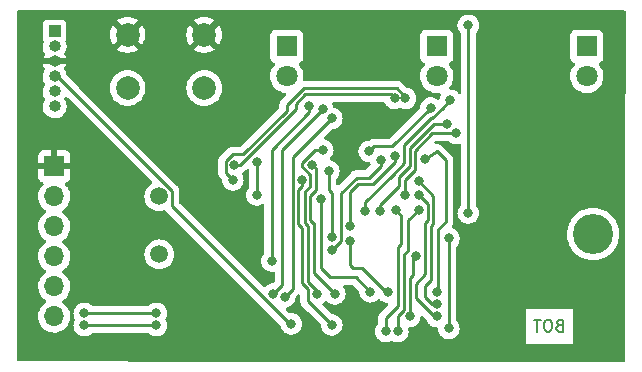
<source format=gbr>
%TF.GenerationSoftware,KiCad,Pcbnew,6.0.9-8da3e8f707~116~ubuntu20.04.1*%
%TF.CreationDate,2022-11-22T17:17:17+01:00*%
%TF.ProjectId,sda_keyboard,7364615f-6b65-4796-926f-6172642e6b69,rev?*%
%TF.SameCoordinates,Original*%
%TF.FileFunction,Copper,L2,Bot*%
%TF.FilePolarity,Positive*%
%FSLAX46Y46*%
G04 Gerber Fmt 4.6, Leading zero omitted, Abs format (unit mm)*
G04 Created by KiCad (PCBNEW 6.0.9-8da3e8f707~116~ubuntu20.04.1) date 2022-11-22 17:17:17*
%MOMM*%
%LPD*%
G01*
G04 APERTURE LIST*
%ADD10C,0.200000*%
%TA.AperFunction,NonConductor*%
%ADD11C,0.200000*%
%TD*%
%TA.AperFunction,ComponentPad*%
%ADD12C,3.400000*%
%TD*%
%TA.AperFunction,ComponentPad*%
%ADD13R,1.800000X1.800000*%
%TD*%
%TA.AperFunction,ComponentPad*%
%ADD14C,1.800000*%
%TD*%
%TA.AperFunction,ComponentPad*%
%ADD15C,1.500000*%
%TD*%
%TA.AperFunction,ComponentPad*%
%ADD16C,2.000000*%
%TD*%
%TA.AperFunction,ComponentPad*%
%ADD17O,1.000000X1.000000*%
%TD*%
%TA.AperFunction,ComponentPad*%
%ADD18R,1.000000X1.000000*%
%TD*%
%TA.AperFunction,ComponentPad*%
%ADD19R,1.700000X1.700000*%
%TD*%
%TA.AperFunction,ComponentPad*%
%ADD20O,1.700000X1.700000*%
%TD*%
%TA.AperFunction,ViaPad*%
%ADD21C,0.800000*%
%TD*%
%TA.AperFunction,Conductor*%
%ADD22C,0.250000*%
%TD*%
G04 APERTURE END LIST*
D10*
D11*
X160233333Y-90928571D02*
X160090476Y-90976190D01*
X160042857Y-91023809D01*
X159995238Y-91119047D01*
X159995238Y-91261904D01*
X160042857Y-91357142D01*
X160090476Y-91404761D01*
X160185714Y-91452380D01*
X160566666Y-91452380D01*
X160566666Y-90452380D01*
X160233333Y-90452380D01*
X160138095Y-90500000D01*
X160090476Y-90547619D01*
X160042857Y-90642857D01*
X160042857Y-90738095D01*
X160090476Y-90833333D01*
X160138095Y-90880952D01*
X160233333Y-90928571D01*
X160566666Y-90928571D01*
X159376190Y-90452380D02*
X159185714Y-90452380D01*
X159090476Y-90500000D01*
X158995238Y-90595238D01*
X158947619Y-90785714D01*
X158947619Y-91119047D01*
X158995238Y-91309523D01*
X159090476Y-91404761D01*
X159185714Y-91452380D01*
X159376190Y-91452380D01*
X159471428Y-91404761D01*
X159566666Y-91309523D01*
X159614285Y-91119047D01*
X159614285Y-90785714D01*
X159566666Y-90595238D01*
X159471428Y-90500000D01*
X159376190Y-90452380D01*
X158661904Y-90452380D02*
X158090476Y-90452380D01*
X158376190Y-91452380D02*
X158376190Y-90452380D01*
D12*
%TO.P,REF\u002A\u002A,1*%
%TO.N,N/C*%
X163100000Y-83200000D03*
%TD*%
D13*
%TO.P,D3,1,K*%
%TO.N,Net-(D3-Pad1)*%
X162560000Y-67310000D03*
D14*
%TO.P,D3,2,A*%
%TO.N,Led_03*%
X162560000Y-69850000D03*
%TD*%
D13*
%TO.P,D2,1,K*%
%TO.N,Net-(D2-Pad1)*%
X137160000Y-67310000D03*
D14*
%TO.P,D2,2,A*%
%TO.N,Led_02*%
X137160000Y-69850000D03*
%TD*%
D13*
%TO.P,D1,1,K*%
%TO.N,Net-(D1-Pad1)*%
X149860000Y-67310000D03*
D14*
%TO.P,D1,2,A*%
%TO.N,Led_01*%
X149860000Y-69850000D03*
%TD*%
D15*
%TO.P,Y1,1,1*%
%TO.N,Net-(C1-Pad1)*%
X126365000Y-84910000D03*
%TO.P,Y1,2,2*%
%TO.N,Net-(C2-Pad1)*%
X126365000Y-80010000D03*
%TD*%
D16*
%TO.P,RESET,1,1*%
%TO.N,GND*%
X130175000Y-66330000D03*
X123675000Y-66330000D03*
%TO.P,RESET,2,2*%
%TO.N,RESET*%
X130175000Y-70830000D03*
X123675000Y-70830000D03*
%TD*%
D17*
%TO.P,PROG,6,Pin_6*%
%TO.N,unconnected-(J2-Pad6)*%
X117500000Y-72390000D03*
%TO.P,PROG,5,Pin_5*%
%TO.N,RESET*%
X117500000Y-71120000D03*
%TO.P,PROG,4,Pin_4*%
%TO.N,SWD_TMS*%
X117500000Y-69850000D03*
%TO.P,PROG,3,Pin_3*%
%TO.N,GND*%
X117500000Y-68580000D03*
%TO.P,PROG,2,Pin_2*%
%TO.N,SWD_TCK*%
X117500000Y-67310000D03*
D18*
%TO.P,PROG,1,Pin_1*%
%TO.N,+3.3V*%
X117500000Y-66040000D03*
%TD*%
D19*
%TO.P,Device,1,Pin_1*%
%TO.N,GND*%
X117475000Y-77470000D03*
D20*
%TO.P,Device,2,Pin_2*%
%TO.N,unconnected-(J1-Pad2)*%
X117475000Y-80010000D03*
%TO.P,Device,3,Pin_3*%
%TO.N,+3.3V*%
X117475000Y-82550000D03*
%TO.P,Device,4,Pin_4*%
%TO.N,unconnected-(J1-Pad4)*%
X117475000Y-85090000D03*
%TO.P,Device,5,Pin_5*%
%TO.N,Conn_Tx*%
X117475000Y-87630000D03*
%TO.P,Device,6,Pin_6*%
%TO.N,Conn_RX*%
X117475000Y-90170000D03*
%TD*%
D21*
%TO.N,Kbd_13*%
X145700000Y-88100000D03*
%TO.N,GND*%
X127508000Y-76454000D03*
X127508000Y-73152000D03*
%TO.N,Conn_Tx*%
X120015000Y-90932000D03*
X126111000Y-90932000D03*
%TO.N,Conn_RX*%
X120015000Y-89916000D03*
X126111000Y-89916000D03*
%TO.N,+3.3V*%
X134620000Y-77089000D03*
X134620000Y-79883000D03*
%TO.N,Kbd_06*%
X140970000Y-83439000D03*
%TO.N,Kbd_12*%
X140081000Y-80264000D03*
%TO.N,Led_01*%
X151003000Y-71882000D03*
X143764000Y-81280000D03*
%TO.N,Led_02*%
X150749000Y-73914000D03*
X145034000Y-81280000D03*
%TO.N,Led_03*%
X147156000Y-79920000D03*
X151511000Y-74676000D03*
%TO.N,+3.3V*%
X149352000Y-72517000D03*
X144145000Y-76200000D03*
%TO.N,Kbd_06*%
X140716000Y-77851000D03*
%TO.N,Kbd_05*%
X139327598Y-77343000D03*
%TO.N,Kbd_15*%
X138430000Y-78613000D03*
%TO.N,Kbd_04*%
X140208000Y-76073000D03*
%TO.N,Conn_RX*%
X145537701Y-91435701D03*
X146430458Y-81152458D03*
%TO.N,Conn_Tx*%
X146558000Y-91440000D03*
X148336000Y-81153000D03*
%TO.N,Kbd_15*%
X150876000Y-91186000D03*
X140970000Y-90894500D03*
%TO.N,SWD_TMS*%
X137541000Y-90800000D03*
X147574000Y-90170000D03*
%TO.N,Net-(R4-Pad1)*%
X132588000Y-78613000D03*
X147200000Y-71700000D03*
%TO.N,Net-(R5-Pad1)*%
X132715000Y-77343000D03*
X146300000Y-71700000D03*
%TO.N,SWD_TMS*%
X148082000Y-85090000D03*
%TO.N,SWD_TCK*%
X152527000Y-65532000D03*
X152527000Y-81407000D03*
%TO.N,Kbd_15*%
X150876000Y-83566000D03*
%TO.N,Kbd_25*%
X148336000Y-79883000D03*
X149860000Y-90170000D03*
%TO.N,Kbd_17*%
X149860000Y-89154000D03*
X148336000Y-78740000D03*
%TO.N,Kbd_16*%
X149860000Y-88138000D03*
X148844000Y-76835000D03*
%TO.N,Kbd_12*%
X144217000Y-88083000D03*
%TO.N,Kbd_13*%
X142494000Y-83820000D03*
%TO.N,Kbd_08*%
X146304000Y-76581000D03*
X142494000Y-82550000D03*
%TO.N,Kbd_07*%
X145097500Y-76898500D03*
X140970000Y-84582000D03*
%TO.N,Kbd_05*%
X141224000Y-88265000D03*
%TO.N,Kbd_04*%
X139700000Y-88265000D03*
%TO.N,Kbd_03*%
X140970000Y-73406000D03*
X137000000Y-88500000D03*
%TO.N,Kbd_02*%
X140208000Y-72644000D03*
X136017000Y-88265000D03*
%TO.N,Kbd_01*%
X139065000Y-72390000D03*
X135890000Y-85471000D03*
%TD*%
D22*
%TO.N,Kbd_13*%
X145700000Y-88100000D02*
X145542000Y-88138000D01*
X143510000Y-86106000D02*
X142748000Y-86106000D01*
X145542000Y-88138000D02*
X143510000Y-86106000D01*
X142748000Y-86106000D02*
X142494000Y-85852000D01*
X142494000Y-85852000D02*
X142494000Y-83820000D01*
%TO.N,Kbd_12*%
X144217000Y-88083000D02*
X143002000Y-86868000D01*
X143002000Y-86868000D02*
X140843000Y-86868000D01*
X140843000Y-86868000D02*
X140081000Y-86106000D01*
X140081000Y-86106000D02*
X140081000Y-80264000D01*
%TO.N,SWD_TMS*%
X117500000Y-69850000D02*
X117725280Y-69850000D01*
X117725280Y-69850000D02*
X127440000Y-79564720D01*
X127440000Y-80840305D02*
X137399694Y-90800000D01*
X127440000Y-79564720D02*
X127440000Y-80840305D01*
X137399694Y-90800000D02*
X137541000Y-90800000D01*
%TO.N,Kbd_15*%
X138938000Y-88900000D02*
X139269000Y-89231000D01*
X139269000Y-89231000D02*
X139306500Y-89231000D01*
X139306500Y-89231000D02*
X140970000Y-90894500D01*
%TO.N,Kbd_03*%
X137668000Y-86968000D02*
X137668000Y-87832000D01*
X137668000Y-76708000D02*
X137668000Y-86968000D01*
X137668000Y-87832000D02*
X137000000Y-88500000D01*
%TO.N,Net-(R4-Pad1)*%
X138597604Y-70866000D02*
X145934000Y-70866000D01*
X145934000Y-70866000D02*
X146491305Y-70866000D01*
X146491305Y-70866000D02*
X147200000Y-71574695D01*
X147200000Y-71574695D02*
X147200000Y-71700000D01*
%TO.N,Net-(R5-Pad1)*%
X132715000Y-77343000D02*
X133223000Y-77343000D01*
X133223000Y-77343000D02*
X137922000Y-72644000D01*
X137922000Y-72644000D02*
X137922000Y-72178000D01*
X137922000Y-72178000D02*
X138726000Y-71374000D01*
X138726000Y-71374000D02*
X145974000Y-71374000D01*
X145974000Y-71374000D02*
X146300000Y-71700000D01*
%TO.N,Net-(R4-Pad1)*%
X132588000Y-78613000D02*
X131990000Y-78015000D01*
X132579393Y-76453302D02*
X133476302Y-76453302D01*
X131990000Y-78015000D02*
X131990000Y-77042695D01*
X131990000Y-77042695D02*
X132579393Y-76453302D01*
X133476302Y-76453302D02*
X137160000Y-72769604D01*
X137160000Y-72769604D02*
X137160000Y-72303604D01*
X137160000Y-72303604D02*
X138597604Y-70866000D01*
%TO.N,+3.3V*%
X144145000Y-76200000D02*
X144572500Y-75772500D01*
X144572500Y-75772500D02*
X146096500Y-75772500D01*
X146096500Y-75772500D02*
X149352000Y-72517000D01*
%TO.N,Led_02*%
X150749000Y-73914000D02*
X149606000Y-73914000D01*
X149606000Y-73914000D02*
X147574000Y-75946000D01*
X147574000Y-77470000D02*
X146685000Y-78359000D01*
X147574000Y-75946000D02*
X147574000Y-77470000D01*
X146685000Y-78359000D02*
X146685000Y-79121000D01*
X146685000Y-79121000D02*
X145034000Y-80772000D01*
X145034000Y-80772000D02*
X145034000Y-81280000D01*
%TO.N,Led_01*%
X146113500Y-78168500D02*
X143764000Y-80518000D01*
X143764000Y-80518000D02*
X143764000Y-81189000D01*
X143764000Y-80899000D02*
X143764000Y-81189000D01*
X147066000Y-77216000D02*
X147066000Y-75692000D01*
X147066000Y-75692000D02*
X149352000Y-73406000D01*
X146113500Y-78168500D02*
X147066000Y-77216000D01*
X150368000Y-72526305D02*
X150368000Y-72517000D01*
X149352000Y-73406000D02*
X149488305Y-73406000D01*
X149488305Y-73406000D02*
X150368000Y-72526305D01*
X150368000Y-72517000D02*
X151003000Y-71882000D01*
%TO.N,Kbd_08*%
X146304000Y-77089000D02*
X146304000Y-76581000D01*
X144462500Y-78930500D02*
X146304000Y-77089000D01*
X143192500Y-78930500D02*
X144462500Y-78930500D01*
X142494000Y-79629000D02*
X143192500Y-78930500D01*
X142494000Y-82550000D02*
X142494000Y-79629000D01*
%TO.N,Kbd_07*%
X141732000Y-79754604D02*
X141732000Y-83820000D01*
X141732000Y-83820000D02*
X140970000Y-84582000D01*
X141732000Y-79754604D02*
X143064802Y-78421802D01*
X145097500Y-77406500D02*
X145097500Y-76898500D01*
X143064802Y-78421802D02*
X144082198Y-78421802D01*
X144082198Y-78421802D02*
X145097500Y-77406500D01*
%TO.N,Kbd_06*%
X140970000Y-81788000D02*
X140970000Y-79756000D01*
X140970000Y-81788000D02*
X140970000Y-83439000D01*
X140970000Y-82042000D02*
X140970000Y-81788000D01*
X140716000Y-79502000D02*
X140716000Y-77851000D01*
X140970000Y-79756000D02*
X140716000Y-79502000D01*
%TO.N,Kbd_02*%
X136017000Y-88265000D02*
X136779000Y-87503000D01*
X136779000Y-87503000D02*
X136779000Y-76073000D01*
X136779000Y-76073000D02*
X140208000Y-72644000D01*
%TO.N,Kbd_03*%
X140970000Y-73406000D02*
X137668000Y-76708000D01*
%TO.N,SWD_TCK*%
X152527000Y-81407000D02*
X152527000Y-65532000D01*
%TO.N,GND*%
X127508000Y-73152000D02*
X127508000Y-76454000D01*
%TO.N,Kbd_16*%
X148844000Y-76835000D02*
X149860000Y-76200000D01*
X149860000Y-76200000D02*
X150622000Y-76962000D01*
X150622000Y-82169000D02*
X149987000Y-82804000D01*
X149987000Y-88011000D02*
X149860000Y-88138000D01*
X150622000Y-76962000D02*
X150622000Y-82169000D01*
X149987000Y-82804000D02*
X149987000Y-88011000D01*
%TO.N,Kbd_17*%
X148336000Y-78740000D02*
X149548000Y-79952000D01*
X148844000Y-88519000D02*
X149479000Y-89154000D01*
X149548000Y-79952000D02*
X149548000Y-82354000D01*
X149548000Y-82354000D02*
X149352000Y-82550000D01*
X149352000Y-87122000D02*
X148844000Y-87630000D01*
X149352000Y-82550000D02*
X149352000Y-87122000D01*
X148844000Y-87630000D02*
X148844000Y-88519000D01*
X149479000Y-89154000D02*
X149860000Y-89154000D01*
%TO.N,Kbd_25*%
X148336000Y-79883000D02*
X149098000Y-80645000D01*
X149098000Y-80645000D02*
X149098000Y-82031000D01*
X149098000Y-82031000D02*
X148902000Y-82227000D01*
X148902000Y-82227000D02*
X148902000Y-86614000D01*
X148902000Y-86614000D02*
X148071000Y-87445000D01*
X148071000Y-87445000D02*
X148071000Y-88635000D01*
X148071000Y-88635000D02*
X149606000Y-90170000D01*
X149606000Y-90170000D02*
X149860000Y-90170000D01*
%TO.N,Led_03*%
X147156000Y-79920000D02*
X147156000Y-78650000D01*
X147156000Y-78650000D02*
X148024000Y-77782000D01*
X148024000Y-77782000D02*
X148024000Y-76132396D01*
X149480396Y-74676000D02*
X151511000Y-74676000D01*
X148024000Y-76132396D02*
X149480396Y-74676000D01*
%TO.N,Conn_Tx*%
X147447000Y-84572695D02*
X147447000Y-82042000D01*
X147447000Y-82042000D02*
X148336000Y-81153000D01*
X126111000Y-90932000D02*
X120015000Y-90932000D01*
%TO.N,Conn_RX*%
X120015000Y-89916000D02*
X126111000Y-89916000D01*
%TO.N,Kbd_05*%
X139327598Y-77343000D02*
X139605000Y-77620402D01*
X139605000Y-79470000D02*
X139134000Y-79941000D01*
X139605000Y-77620402D02*
X139605000Y-79470000D01*
X139134000Y-79941000D02*
X139134000Y-82042000D01*
X139134000Y-82042000D02*
X139388000Y-82296000D01*
X139388000Y-82296000D02*
X139446000Y-82296000D01*
X139446000Y-82296000D02*
X139446000Y-86487000D01*
X139446000Y-86487000D02*
X141224000Y-88265000D01*
%TO.N,Kbd_04*%
X140208000Y-76073000D02*
X139573000Y-76073000D01*
X139573000Y-76073000D02*
X138430000Y-77216000D01*
X138430000Y-77216000D02*
X138430000Y-77470000D01*
X138684000Y-82294604D02*
X138938698Y-82549302D01*
X138430000Y-77470000D02*
X139155000Y-78195000D01*
X139155000Y-79158000D02*
X138684000Y-79629000D01*
X139155000Y-78195000D02*
X139155000Y-79158000D01*
X138684000Y-79629000D02*
X138684000Y-82294604D01*
X138938698Y-82549302D02*
X138938698Y-87248302D01*
X138938698Y-87248302D02*
X139700000Y-88009604D01*
X139700000Y-88009604D02*
X139700000Y-88265000D01*
%TO.N,Kbd_15*%
X138430000Y-78613000D02*
X138430000Y-79121000D01*
X138430000Y-79121000D02*
X138118000Y-79433000D01*
X138118000Y-79433000D02*
X138118000Y-82365000D01*
X138118000Y-82365000D02*
X138430000Y-82677000D01*
X138938000Y-87884000D02*
X138938000Y-88900000D01*
X138430000Y-82677000D02*
X138430000Y-87376000D01*
X138430000Y-87376000D02*
X138938000Y-87884000D01*
%TO.N,+3.3V*%
X134620000Y-77089000D02*
X134620000Y-79883000D01*
%TO.N,Kbd_01*%
X135890000Y-85471000D02*
X135890000Y-76073000D01*
X135890000Y-76073000D02*
X139065000Y-72898000D01*
X139065000Y-72898000D02*
X139065000Y-72390000D01*
%TO.N,Conn_RX*%
X145537701Y-90301299D02*
X145537701Y-91435701D01*
X146430458Y-81152458D02*
X146812000Y-81660933D01*
X146812000Y-81660933D02*
X146812000Y-84074000D01*
X146812000Y-84074000D02*
X146558000Y-84328000D01*
X146558000Y-84328000D02*
X146558000Y-89281000D01*
X146558000Y-89281000D02*
X145537701Y-90301299D01*
%TO.N,Conn_Tx*%
X147447000Y-84572695D02*
X147066000Y-84953695D01*
X147066000Y-84953695D02*
X147066000Y-89652695D01*
X147066000Y-89652695D02*
X146558000Y-90160695D01*
X146558000Y-90160695D02*
X146558000Y-91440000D01*
%TO.N,Kbd_15*%
X150876000Y-91186000D02*
X150876000Y-83566000D01*
%TO.N,SWD_TMS*%
X147828000Y-86623305D02*
X147574000Y-86877305D01*
X147574000Y-86877305D02*
X147574000Y-90170000D01*
X147828000Y-85217000D02*
X147828000Y-86623305D01*
%TD*%
%TA.AperFunction,Conductor*%
%TO.N,GND*%
G36*
X165803858Y-64282002D02*
G01*
X165850351Y-64335658D01*
X165861737Y-64388262D01*
X165832583Y-78371490D01*
X165800262Y-93874214D01*
X165780118Y-93942293D01*
X165726365Y-93988674D01*
X165674213Y-93999951D01*
X133183484Y-93987333D01*
X114425951Y-93980049D01*
X114357838Y-93960020D01*
X114311366Y-93906347D01*
X114300000Y-93854049D01*
X114300000Y-92463500D01*
X157386738Y-92463500D01*
X161413262Y-92463500D01*
X161413262Y-89536500D01*
X157386738Y-89536500D01*
X157386738Y-92463500D01*
X114300000Y-92463500D01*
X114300000Y-90136695D01*
X116112251Y-90136695D01*
X116112548Y-90141848D01*
X116112548Y-90141851D01*
X116118011Y-90236590D01*
X116125110Y-90359715D01*
X116126247Y-90364761D01*
X116126248Y-90364767D01*
X116142015Y-90434729D01*
X116174222Y-90577639D01*
X116258266Y-90784616D01*
X116294629Y-90843955D01*
X116368072Y-90963803D01*
X116374987Y-90975088D01*
X116378367Y-90978990D01*
X116382156Y-90983364D01*
X116521250Y-91143938D01*
X116693126Y-91286632D01*
X116886000Y-91399338D01*
X117094692Y-91479030D01*
X117099760Y-91480061D01*
X117099763Y-91480062D01*
X117207017Y-91501883D01*
X117313597Y-91523567D01*
X117318772Y-91523757D01*
X117318774Y-91523757D01*
X117531673Y-91531564D01*
X117531677Y-91531564D01*
X117536837Y-91531753D01*
X117541957Y-91531097D01*
X117541959Y-91531097D01*
X117753288Y-91504025D01*
X117753289Y-91504025D01*
X117758416Y-91503368D01*
X117763366Y-91501883D01*
X117967429Y-91440661D01*
X117967434Y-91440659D01*
X117972384Y-91439174D01*
X118172994Y-91340896D01*
X118354860Y-91211173D01*
X118374774Y-91191329D01*
X118496096Y-91070430D01*
X118513096Y-91053489D01*
X118522670Y-91040166D01*
X118600394Y-90932000D01*
X119101496Y-90932000D01*
X119102186Y-90938565D01*
X119117517Y-91084428D01*
X119121458Y-91121928D01*
X119180473Y-91303556D01*
X119275960Y-91468944D01*
X119280378Y-91473851D01*
X119280379Y-91473852D01*
X119362899Y-91565500D01*
X119403747Y-91610866D01*
X119558248Y-91723118D01*
X119564276Y-91725802D01*
X119564278Y-91725803D01*
X119726681Y-91798109D01*
X119732712Y-91800794D01*
X119826112Y-91820647D01*
X119913056Y-91839128D01*
X119913061Y-91839128D01*
X119919513Y-91840500D01*
X120110487Y-91840500D01*
X120116939Y-91839128D01*
X120116944Y-91839128D01*
X120203887Y-91820647D01*
X120297288Y-91800794D01*
X120303319Y-91798109D01*
X120465722Y-91725803D01*
X120465724Y-91725802D01*
X120471752Y-91723118D01*
X120493761Y-91707128D01*
X120614967Y-91619066D01*
X120626253Y-91610866D01*
X120630668Y-91605963D01*
X120635580Y-91601540D01*
X120636705Y-91602789D01*
X120690014Y-91569949D01*
X120723200Y-91565500D01*
X125402800Y-91565500D01*
X125470921Y-91585502D01*
X125490147Y-91601843D01*
X125490420Y-91601540D01*
X125495332Y-91605963D01*
X125499747Y-91610866D01*
X125511033Y-91619066D01*
X125632240Y-91707128D01*
X125654248Y-91723118D01*
X125660276Y-91725802D01*
X125660278Y-91725803D01*
X125822681Y-91798109D01*
X125828712Y-91800794D01*
X125922112Y-91820647D01*
X126009056Y-91839128D01*
X126009061Y-91839128D01*
X126015513Y-91840500D01*
X126206487Y-91840500D01*
X126212939Y-91839128D01*
X126212944Y-91839128D01*
X126299887Y-91820647D01*
X126393288Y-91800794D01*
X126399319Y-91798109D01*
X126561722Y-91725803D01*
X126561724Y-91725802D01*
X126567752Y-91723118D01*
X126722253Y-91610866D01*
X126763101Y-91565500D01*
X126845621Y-91473852D01*
X126845622Y-91473851D01*
X126850040Y-91468944D01*
X126945527Y-91303556D01*
X127004542Y-91121928D01*
X127008484Y-91084428D01*
X127023814Y-90938565D01*
X127024504Y-90932000D01*
X127017718Y-90867438D01*
X127005232Y-90748635D01*
X127005232Y-90748633D01*
X127004542Y-90742072D01*
X126945527Y-90560444D01*
X126903124Y-90487000D01*
X126886386Y-90418005D01*
X126903124Y-90361000D01*
X126942223Y-90293279D01*
X126942224Y-90293278D01*
X126945527Y-90287556D01*
X127004542Y-90105928D01*
X127008714Y-90066239D01*
X127023814Y-89922565D01*
X127024504Y-89916000D01*
X127013364Y-89810008D01*
X127005232Y-89732635D01*
X127005232Y-89732633D01*
X127004542Y-89726072D01*
X126945527Y-89544444D01*
X126937529Y-89530590D01*
X126904288Y-89473016D01*
X126850040Y-89379056D01*
X126844847Y-89373288D01*
X126726675Y-89242045D01*
X126726674Y-89242044D01*
X126722253Y-89237134D01*
X126581907Y-89135166D01*
X126573094Y-89128763D01*
X126573093Y-89128762D01*
X126567752Y-89124882D01*
X126561724Y-89122198D01*
X126561722Y-89122197D01*
X126399319Y-89049891D01*
X126399318Y-89049891D01*
X126393288Y-89047206D01*
X126299887Y-89027353D01*
X126212944Y-89008872D01*
X126212939Y-89008872D01*
X126206487Y-89007500D01*
X126015513Y-89007500D01*
X126009061Y-89008872D01*
X126009056Y-89008872D01*
X125922113Y-89027353D01*
X125828712Y-89047206D01*
X125822682Y-89049891D01*
X125822681Y-89049891D01*
X125660278Y-89122197D01*
X125660276Y-89122198D01*
X125654248Y-89124882D01*
X125648907Y-89128762D01*
X125648906Y-89128763D01*
X125531541Y-89214034D01*
X125499747Y-89237134D01*
X125495332Y-89242037D01*
X125490420Y-89246460D01*
X125489295Y-89245211D01*
X125435986Y-89278051D01*
X125402800Y-89282500D01*
X120723200Y-89282500D01*
X120655079Y-89262498D01*
X120635853Y-89246157D01*
X120635580Y-89246460D01*
X120630668Y-89242037D01*
X120626253Y-89237134D01*
X120594459Y-89214034D01*
X120477094Y-89128763D01*
X120477093Y-89128762D01*
X120471752Y-89124882D01*
X120465724Y-89122198D01*
X120465722Y-89122197D01*
X120303319Y-89049891D01*
X120303318Y-89049891D01*
X120297288Y-89047206D01*
X120203887Y-89027353D01*
X120116944Y-89008872D01*
X120116939Y-89008872D01*
X120110487Y-89007500D01*
X119919513Y-89007500D01*
X119913061Y-89008872D01*
X119913056Y-89008872D01*
X119826113Y-89027353D01*
X119732712Y-89047206D01*
X119726682Y-89049891D01*
X119726681Y-89049891D01*
X119564278Y-89122197D01*
X119564276Y-89122198D01*
X119558248Y-89124882D01*
X119552907Y-89128762D01*
X119552906Y-89128763D01*
X119544093Y-89135166D01*
X119403747Y-89237134D01*
X119399326Y-89242044D01*
X119399325Y-89242045D01*
X119281154Y-89373288D01*
X119275960Y-89379056D01*
X119221712Y-89473016D01*
X119188472Y-89530590D01*
X119180473Y-89544444D01*
X119121458Y-89726072D01*
X119120768Y-89732633D01*
X119120768Y-89732635D01*
X119112636Y-89810008D01*
X119101496Y-89916000D01*
X119102186Y-89922565D01*
X119117287Y-90066239D01*
X119121458Y-90105928D01*
X119180473Y-90287556D01*
X119183776Y-90293278D01*
X119183777Y-90293279D01*
X119222876Y-90361000D01*
X119239614Y-90429995D01*
X119222876Y-90487000D01*
X119180473Y-90560444D01*
X119121458Y-90742072D01*
X119120768Y-90748633D01*
X119120768Y-90748635D01*
X119108282Y-90867438D01*
X119101496Y-90932000D01*
X118600394Y-90932000D01*
X118640435Y-90876277D01*
X118643453Y-90872077D01*
X118653006Y-90852749D01*
X118740136Y-90676453D01*
X118740137Y-90676451D01*
X118742430Y-90671811D01*
X118807370Y-90458069D01*
X118836529Y-90236590D01*
X118836611Y-90233240D01*
X118838074Y-90173365D01*
X118838074Y-90173361D01*
X118838156Y-90170000D01*
X118819852Y-89947361D01*
X118765431Y-89730702D01*
X118676354Y-89525840D01*
X118575644Y-89370166D01*
X118557822Y-89342617D01*
X118557820Y-89342614D01*
X118555014Y-89338277D01*
X118404670Y-89173051D01*
X118400619Y-89169852D01*
X118400615Y-89169848D01*
X118233414Y-89037800D01*
X118233410Y-89037798D01*
X118229359Y-89034598D01*
X118188053Y-89011796D01*
X118138084Y-88961364D01*
X118123312Y-88891921D01*
X118148428Y-88825516D01*
X118175780Y-88798909D01*
X118234600Y-88756953D01*
X118354860Y-88671173D01*
X118513096Y-88513489D01*
X118555444Y-88454556D01*
X118640435Y-88336277D01*
X118643453Y-88332077D01*
X118653567Y-88311614D01*
X118740136Y-88136453D01*
X118740137Y-88136451D01*
X118742430Y-88131811D01*
X118807370Y-87918069D01*
X118836529Y-87696590D01*
X118838156Y-87630000D01*
X118819852Y-87407361D01*
X118765431Y-87190702D01*
X118676354Y-86985840D01*
X118555014Y-86798277D01*
X118404670Y-86633051D01*
X118400619Y-86629852D01*
X118400615Y-86629848D01*
X118233414Y-86497800D01*
X118233410Y-86497798D01*
X118229359Y-86494598D01*
X118188053Y-86471796D01*
X118138084Y-86421364D01*
X118123312Y-86351921D01*
X118148428Y-86285516D01*
X118175780Y-86258909D01*
X118238042Y-86214498D01*
X118354860Y-86131173D01*
X118412891Y-86073345D01*
X118436209Y-86050107D01*
X118513096Y-85973489D01*
X118534308Y-85943970D01*
X118640435Y-85796277D01*
X118643453Y-85792077D01*
X118685253Y-85707502D01*
X118740136Y-85596453D01*
X118740137Y-85596451D01*
X118742430Y-85591811D01*
X118801059Y-85398842D01*
X118805865Y-85383023D01*
X118805865Y-85383021D01*
X118807370Y-85378069D01*
X118836529Y-85156590D01*
X118837449Y-85118944D01*
X118838074Y-85093365D01*
X118838074Y-85093361D01*
X118838156Y-85090000D01*
X118823358Y-84910000D01*
X125101693Y-84910000D01*
X125120885Y-85129371D01*
X125177880Y-85342076D01*
X125210938Y-85412969D01*
X125268618Y-85536666D01*
X125268621Y-85536671D01*
X125270944Y-85541653D01*
X125274100Y-85546160D01*
X125274101Y-85546162D01*
X125391446Y-85713747D01*
X125397251Y-85722038D01*
X125552962Y-85877749D01*
X125557471Y-85880906D01*
X125557473Y-85880908D01*
X125578728Y-85895791D01*
X125733346Y-86004056D01*
X125932924Y-86097120D01*
X126145629Y-86154115D01*
X126365000Y-86173307D01*
X126584371Y-86154115D01*
X126797076Y-86097120D01*
X126996654Y-86004056D01*
X127151272Y-85895791D01*
X127172527Y-85880908D01*
X127172529Y-85880906D01*
X127177038Y-85877749D01*
X127332749Y-85722038D01*
X127338555Y-85713747D01*
X127455899Y-85546162D01*
X127455900Y-85546160D01*
X127459056Y-85541653D01*
X127461379Y-85536671D01*
X127461382Y-85536666D01*
X127519062Y-85412969D01*
X127552120Y-85342076D01*
X127609115Y-85129371D01*
X127628307Y-84910000D01*
X127609115Y-84690629D01*
X127552120Y-84477924D01*
X127497993Y-84361847D01*
X127461382Y-84283334D01*
X127461379Y-84283329D01*
X127459056Y-84278347D01*
X127437786Y-84247970D01*
X127335908Y-84102473D01*
X127335906Y-84102470D01*
X127332749Y-84097962D01*
X127177038Y-83942251D01*
X127162109Y-83931797D01*
X127040489Y-83846638D01*
X126996654Y-83815944D01*
X126797076Y-83722880D01*
X126584371Y-83665885D01*
X126365000Y-83646693D01*
X126145629Y-83665885D01*
X125932924Y-83722880D01*
X125884381Y-83745516D01*
X125738334Y-83813618D01*
X125738329Y-83813621D01*
X125733347Y-83815944D01*
X125728840Y-83819100D01*
X125728838Y-83819101D01*
X125557473Y-83939092D01*
X125557470Y-83939094D01*
X125552962Y-83942251D01*
X125397251Y-84097962D01*
X125394094Y-84102470D01*
X125394092Y-84102473D01*
X125292214Y-84247970D01*
X125270944Y-84278347D01*
X125268621Y-84283329D01*
X125268618Y-84283334D01*
X125232007Y-84361847D01*
X125177880Y-84477924D01*
X125120885Y-84690629D01*
X125101693Y-84910000D01*
X118823358Y-84910000D01*
X118819852Y-84867361D01*
X118765431Y-84650702D01*
X118676354Y-84445840D01*
X118623292Y-84363819D01*
X118557822Y-84262617D01*
X118557820Y-84262614D01*
X118555014Y-84258277D01*
X118404670Y-84093051D01*
X118400619Y-84089852D01*
X118400615Y-84089848D01*
X118233414Y-83957800D01*
X118233410Y-83957798D01*
X118229359Y-83954598D01*
X118188053Y-83931796D01*
X118138084Y-83881364D01*
X118123312Y-83811921D01*
X118148428Y-83745516D01*
X118175780Y-83718909D01*
X118219603Y-83687650D01*
X118354860Y-83591173D01*
X118513096Y-83433489D01*
X118572594Y-83350689D01*
X118640435Y-83256277D01*
X118643453Y-83252077D01*
X118674766Y-83188721D01*
X118740136Y-83056453D01*
X118740137Y-83056451D01*
X118742430Y-83051811D01*
X118807370Y-82838069D01*
X118836529Y-82616590D01*
X118836692Y-82609905D01*
X118838074Y-82553365D01*
X118838074Y-82553361D01*
X118838156Y-82550000D01*
X118819852Y-82327361D01*
X118765431Y-82110702D01*
X118676354Y-81905840D01*
X118555014Y-81718277D01*
X118404670Y-81553051D01*
X118400619Y-81549852D01*
X118400615Y-81549848D01*
X118233414Y-81417800D01*
X118233410Y-81417798D01*
X118229359Y-81414598D01*
X118188053Y-81391796D01*
X118138084Y-81341364D01*
X118123312Y-81271921D01*
X118148428Y-81205516D01*
X118175780Y-81178909D01*
X118219603Y-81147650D01*
X118354860Y-81051173D01*
X118399690Y-81006500D01*
X118509435Y-80897137D01*
X118513096Y-80893489D01*
X118525826Y-80875774D01*
X118640435Y-80716277D01*
X118643453Y-80712077D01*
X118660887Y-80676803D01*
X118740136Y-80516453D01*
X118740137Y-80516451D01*
X118742430Y-80511811D01*
X118807370Y-80298069D01*
X118836529Y-80076590D01*
X118836611Y-80073240D01*
X118838074Y-80013365D01*
X118838074Y-80013361D01*
X118838156Y-80010000D01*
X118819852Y-79787361D01*
X118765431Y-79570702D01*
X118676354Y-79365840D01*
X118595201Y-79240397D01*
X118557822Y-79182617D01*
X118557820Y-79182614D01*
X118555014Y-79178277D01*
X118551540Y-79174459D01*
X118551533Y-79174450D01*
X118407435Y-79016088D01*
X118376383Y-78952242D01*
X118384779Y-78881744D01*
X118429956Y-78826976D01*
X118456400Y-78813307D01*
X118563052Y-78773325D01*
X118578649Y-78764786D01*
X118680724Y-78688285D01*
X118693285Y-78675724D01*
X118769786Y-78573649D01*
X118778324Y-78558054D01*
X118823478Y-78437606D01*
X118827105Y-78422351D01*
X118832631Y-78371486D01*
X118833000Y-78364672D01*
X118833000Y-77742115D01*
X118828525Y-77726876D01*
X118827135Y-77725671D01*
X118819452Y-77724000D01*
X116135116Y-77724000D01*
X116119877Y-77728475D01*
X116118672Y-77729865D01*
X116117001Y-77737548D01*
X116117001Y-78364669D01*
X116117371Y-78371490D01*
X116122895Y-78422352D01*
X116126521Y-78437604D01*
X116171676Y-78558054D01*
X116180214Y-78573649D01*
X116256715Y-78675724D01*
X116269276Y-78688285D01*
X116371351Y-78764786D01*
X116386946Y-78773324D01*
X116495827Y-78814142D01*
X116552591Y-78856784D01*
X116577291Y-78923345D01*
X116562083Y-78992694D01*
X116542691Y-79019175D01*
X116432937Y-79134026D01*
X116415629Y-79152138D01*
X116289743Y-79336680D01*
X116257602Y-79405923D01*
X116203953Y-79521500D01*
X116195688Y-79539305D01*
X116135989Y-79754570D01*
X116112251Y-79976695D01*
X116112548Y-79981848D01*
X116112548Y-79981851D01*
X116119713Y-80106120D01*
X116125110Y-80199715D01*
X116126247Y-80204761D01*
X116126248Y-80204767D01*
X116137469Y-80254556D01*
X116174222Y-80417639D01*
X116258266Y-80624616D01*
X116288601Y-80674118D01*
X116359692Y-80790128D01*
X116374987Y-80815088D01*
X116521250Y-80983938D01*
X116693126Y-81126632D01*
X116737322Y-81152458D01*
X116766445Y-81169476D01*
X116815169Y-81221114D01*
X116828240Y-81290897D01*
X116801509Y-81356669D01*
X116761055Y-81390027D01*
X116748607Y-81396507D01*
X116744474Y-81399610D01*
X116744471Y-81399612D01*
X116574100Y-81527530D01*
X116569965Y-81530635D01*
X116415629Y-81692138D01*
X116289743Y-81876680D01*
X116260493Y-81939695D01*
X116201290Y-82067237D01*
X116195688Y-82079305D01*
X116135989Y-82294570D01*
X116112251Y-82516695D01*
X116112548Y-82521848D01*
X116112548Y-82521851D01*
X116118011Y-82616590D01*
X116125110Y-82739715D01*
X116126247Y-82744761D01*
X116126248Y-82744767D01*
X116132430Y-82772197D01*
X116174222Y-82957639D01*
X116258266Y-83164616D01*
X116374987Y-83355088D01*
X116521250Y-83523938D01*
X116693126Y-83666632D01*
X116763595Y-83707811D01*
X116766445Y-83709476D01*
X116815169Y-83761114D01*
X116828240Y-83830897D01*
X116801509Y-83896669D01*
X116761055Y-83930027D01*
X116748607Y-83936507D01*
X116744474Y-83939610D01*
X116744471Y-83939612D01*
X116591857Y-84054198D01*
X116569965Y-84070635D01*
X116415629Y-84232138D01*
X116412715Y-84236410D01*
X116412714Y-84236411D01*
X116358535Y-84315835D01*
X116289743Y-84416680D01*
X116195688Y-84619305D01*
X116135989Y-84834570D01*
X116112251Y-85056695D01*
X116112548Y-85061848D01*
X116112548Y-85061851D01*
X116118202Y-85159908D01*
X116125110Y-85279715D01*
X116126247Y-85284761D01*
X116126248Y-85284767D01*
X116146765Y-85375803D01*
X116174222Y-85497639D01*
X116258266Y-85704616D01*
X116266178Y-85717527D01*
X116366298Y-85880908D01*
X116374987Y-85895088D01*
X116521250Y-86063938D01*
X116693126Y-86206632D01*
X116738708Y-86233268D01*
X116766445Y-86249476D01*
X116815169Y-86301114D01*
X116828240Y-86370897D01*
X116801509Y-86436669D01*
X116761055Y-86470027D01*
X116748607Y-86476507D01*
X116744474Y-86479610D01*
X116744471Y-86479612D01*
X116574100Y-86607530D01*
X116569965Y-86610635D01*
X116415629Y-86772138D01*
X116289743Y-86956680D01*
X116274003Y-86990590D01*
X116239084Y-87065817D01*
X116195688Y-87159305D01*
X116135989Y-87374570D01*
X116112251Y-87596695D01*
X116112548Y-87601848D01*
X116112548Y-87601851D01*
X116118011Y-87696590D01*
X116125110Y-87819715D01*
X116126247Y-87824761D01*
X116126248Y-87824767D01*
X116140436Y-87887721D01*
X116174222Y-88037639D01*
X116258266Y-88244616D01*
X116374987Y-88435088D01*
X116521250Y-88603938D01*
X116624826Y-88689928D01*
X116672739Y-88729706D01*
X116693126Y-88746632D01*
X116725841Y-88765749D01*
X116766445Y-88789476D01*
X116815169Y-88841114D01*
X116828240Y-88910897D01*
X116801509Y-88976669D01*
X116761055Y-89010027D01*
X116748607Y-89016507D01*
X116744474Y-89019610D01*
X116744471Y-89019612D01*
X116574100Y-89147530D01*
X116569965Y-89150635D01*
X116566393Y-89154373D01*
X116421798Y-89305683D01*
X116415629Y-89312138D01*
X116289743Y-89496680D01*
X116262851Y-89554615D01*
X116228093Y-89629495D01*
X116195688Y-89699305D01*
X116135989Y-89914570D01*
X116112251Y-90136695D01*
X114300000Y-90136695D01*
X114300000Y-77197885D01*
X116117000Y-77197885D01*
X116121475Y-77213124D01*
X116122865Y-77214329D01*
X116130548Y-77216000D01*
X117202885Y-77216000D01*
X117218124Y-77211525D01*
X117219329Y-77210135D01*
X117221000Y-77202452D01*
X117221000Y-77197885D01*
X117729000Y-77197885D01*
X117733475Y-77213124D01*
X117734865Y-77214329D01*
X117742548Y-77216000D01*
X118814884Y-77216000D01*
X118830123Y-77211525D01*
X118831328Y-77210135D01*
X118832999Y-77202452D01*
X118832999Y-76575331D01*
X118832629Y-76568510D01*
X118827105Y-76517648D01*
X118823479Y-76502396D01*
X118778324Y-76381946D01*
X118769786Y-76366351D01*
X118693285Y-76264276D01*
X118680724Y-76251715D01*
X118578649Y-76175214D01*
X118563054Y-76166676D01*
X118442606Y-76121522D01*
X118427351Y-76117895D01*
X118376486Y-76112369D01*
X118369672Y-76112000D01*
X117747115Y-76112000D01*
X117731876Y-76116475D01*
X117730671Y-76117865D01*
X117729000Y-76125548D01*
X117729000Y-77197885D01*
X117221000Y-77197885D01*
X117221000Y-76130116D01*
X117216525Y-76114877D01*
X117215135Y-76113672D01*
X117207452Y-76112001D01*
X116580331Y-76112001D01*
X116573510Y-76112371D01*
X116522648Y-76117895D01*
X116507396Y-76121521D01*
X116386946Y-76166676D01*
X116371351Y-76175214D01*
X116269276Y-76251715D01*
X116256715Y-76264276D01*
X116180214Y-76366351D01*
X116171676Y-76381946D01*
X116126522Y-76502394D01*
X116122895Y-76517649D01*
X116117369Y-76568514D01*
X116117000Y-76575328D01*
X116117000Y-77197885D01*
X114300000Y-77197885D01*
X114300000Y-72375851D01*
X116486719Y-72375851D01*
X116487235Y-72381995D01*
X116502581Y-72564749D01*
X116503268Y-72572934D01*
X116516409Y-72618763D01*
X116554269Y-72750794D01*
X116557783Y-72763050D01*
X116648187Y-72938956D01*
X116771035Y-73093953D01*
X116775728Y-73097947D01*
X116775729Y-73097948D01*
X116805027Y-73122882D01*
X116921650Y-73222136D01*
X117094294Y-73318624D01*
X117282392Y-73379740D01*
X117478777Y-73403158D01*
X117484912Y-73402686D01*
X117484914Y-73402686D01*
X117669830Y-73388457D01*
X117669834Y-73388456D01*
X117675972Y-73387984D01*
X117866463Y-73334798D01*
X117871967Y-73332018D01*
X117871969Y-73332017D01*
X118037495Y-73248404D01*
X118037497Y-73248403D01*
X118042996Y-73245625D01*
X118198847Y-73123861D01*
X118328078Y-72974145D01*
X118425769Y-72802179D01*
X118488197Y-72614513D01*
X118512985Y-72418295D01*
X118513380Y-72390000D01*
X118494080Y-72193167D01*
X118490331Y-72180748D01*
X118470162Y-72113947D01*
X118436916Y-72003831D01*
X118344066Y-71829204D01*
X118340167Y-71824424D01*
X118339715Y-71823743D01*
X118318676Y-71755935D01*
X118335105Y-71691775D01*
X118340255Y-71682710D01*
X118375151Y-71621282D01*
X118426189Y-71571933D01*
X118495807Y-71558010D01*
X118561901Y-71583936D01*
X118573801Y-71594425D01*
X125722433Y-78743058D01*
X125756459Y-78805370D01*
X125751394Y-78876185D01*
X125705609Y-78935366D01*
X125557473Y-79039092D01*
X125557470Y-79039094D01*
X125552962Y-79042251D01*
X125397251Y-79197962D01*
X125394094Y-79202470D01*
X125394092Y-79202473D01*
X125274101Y-79373838D01*
X125270944Y-79378347D01*
X125268621Y-79383329D01*
X125268618Y-79383334D01*
X125234169Y-79457212D01*
X125177880Y-79577924D01*
X125120885Y-79790629D01*
X125101693Y-80010000D01*
X125120885Y-80229371D01*
X125177880Y-80442076D01*
X125216879Y-80525710D01*
X125268618Y-80636666D01*
X125268621Y-80636671D01*
X125270944Y-80641653D01*
X125274100Y-80646160D01*
X125274101Y-80646162D01*
X125392385Y-80815088D01*
X125397251Y-80822038D01*
X125552962Y-80977749D01*
X125557471Y-80980906D01*
X125557473Y-80980908D01*
X125592874Y-81005696D01*
X125733346Y-81104056D01*
X125932924Y-81197120D01*
X126145629Y-81254115D01*
X126365000Y-81273307D01*
X126584371Y-81254115D01*
X126797076Y-81197120D01*
X126799349Y-81196060D01*
X126869279Y-81191616D01*
X126931320Y-81226133D01*
X126933992Y-81229189D01*
X126935458Y-81231667D01*
X126949779Y-81245988D01*
X126962619Y-81261021D01*
X126974528Y-81277412D01*
X126990829Y-81290897D01*
X127008605Y-81305603D01*
X127017384Y-81313593D01*
X136610474Y-90906685D01*
X136644500Y-90968997D01*
X136646689Y-90982612D01*
X136647458Y-90989928D01*
X136706473Y-91171556D01*
X136709776Y-91177278D01*
X136709777Y-91177279D01*
X136727242Y-91207529D01*
X136801960Y-91336944D01*
X136806378Y-91341851D01*
X136806379Y-91341852D01*
X136884970Y-91429136D01*
X136929747Y-91478866D01*
X137028843Y-91550864D01*
X137059815Y-91573366D01*
X137084248Y-91591118D01*
X137090276Y-91593802D01*
X137090278Y-91593803D01*
X137252681Y-91666109D01*
X137258712Y-91668794D01*
X137350494Y-91688303D01*
X137439056Y-91707128D01*
X137439061Y-91707128D01*
X137445513Y-91708500D01*
X137636487Y-91708500D01*
X137642939Y-91707128D01*
X137642944Y-91707128D01*
X137731506Y-91688303D01*
X137823288Y-91668794D01*
X137829319Y-91666109D01*
X137991722Y-91593803D01*
X137991724Y-91593802D01*
X137997752Y-91591118D01*
X138022186Y-91573366D01*
X138053157Y-91550864D01*
X138152253Y-91478866D01*
X138197030Y-91429136D01*
X138275621Y-91341852D01*
X138275622Y-91341851D01*
X138280040Y-91336944D01*
X138354758Y-91207529D01*
X138372223Y-91177279D01*
X138372224Y-91177278D01*
X138375527Y-91171556D01*
X138434542Y-90989928D01*
X138439941Y-90938565D01*
X138453814Y-90806565D01*
X138454504Y-90800000D01*
X138444123Y-90701226D01*
X138435232Y-90616635D01*
X138435232Y-90616633D01*
X138434542Y-90610072D01*
X138375527Y-90428444D01*
X138280040Y-90263056D01*
X138259198Y-90239908D01*
X138156675Y-90126045D01*
X138156674Y-90126044D01*
X138152253Y-90121134D01*
X137997752Y-90008882D01*
X137991724Y-90006198D01*
X137991722Y-90006197D01*
X137829319Y-89933891D01*
X137829318Y-89933891D01*
X137823288Y-89931206D01*
X137720864Y-89909435D01*
X137642944Y-89892872D01*
X137642939Y-89892872D01*
X137636487Y-89891500D01*
X137445513Y-89891500D01*
X137445513Y-89890024D01*
X137383211Y-89878629D01*
X137350785Y-89855187D01*
X137101741Y-89606143D01*
X137067715Y-89543831D01*
X137072780Y-89473016D01*
X137115327Y-89416180D01*
X137164638Y-89393801D01*
X137282288Y-89368794D01*
X137288319Y-89366109D01*
X137450722Y-89293803D01*
X137450724Y-89293802D01*
X137456752Y-89291118D01*
X137611253Y-89178866D01*
X137634009Y-89153593D01*
X137734621Y-89041852D01*
X137734622Y-89041851D01*
X137739040Y-89036944D01*
X137834527Y-88871556D01*
X137893542Y-88689928D01*
X137910907Y-88524706D01*
X137937920Y-88459050D01*
X137947122Y-88448782D01*
X138060247Y-88335657D01*
X138068537Y-88328113D01*
X138075018Y-88324000D01*
X138086649Y-88311614D01*
X138147862Y-88275648D01*
X138218802Y-88278485D01*
X138276946Y-88319225D01*
X138303835Y-88384933D01*
X138304500Y-88397866D01*
X138304500Y-88821233D01*
X138303973Y-88832416D01*
X138302298Y-88839909D01*
X138302547Y-88847835D01*
X138302547Y-88847836D01*
X138304438Y-88907986D01*
X138304500Y-88911945D01*
X138304500Y-88939856D01*
X138304997Y-88943790D01*
X138304997Y-88943791D01*
X138305005Y-88943856D01*
X138305938Y-88955693D01*
X138307327Y-88999889D01*
X138310787Y-89011797D01*
X138312978Y-89019339D01*
X138316987Y-89038700D01*
X138319526Y-89058797D01*
X138322445Y-89066168D01*
X138322445Y-89066170D01*
X138335804Y-89099912D01*
X138339649Y-89111142D01*
X138349771Y-89145983D01*
X138351982Y-89153593D01*
X138356015Y-89160412D01*
X138356017Y-89160417D01*
X138362293Y-89171028D01*
X138370988Y-89188776D01*
X138378448Y-89207617D01*
X138383110Y-89214033D01*
X138383110Y-89214034D01*
X138404436Y-89243387D01*
X138410952Y-89253307D01*
X138425586Y-89278051D01*
X138433458Y-89291362D01*
X138447779Y-89305683D01*
X138460619Y-89320716D01*
X138472528Y-89337107D01*
X138506605Y-89365298D01*
X138515384Y-89373288D01*
X138765343Y-89623247D01*
X138772887Y-89631537D01*
X138777000Y-89638018D01*
X138782777Y-89643443D01*
X138826667Y-89684658D01*
X138829509Y-89687413D01*
X138849231Y-89707135D01*
X138852373Y-89709572D01*
X138852433Y-89709619D01*
X138861445Y-89717317D01*
X138875699Y-89730702D01*
X138893679Y-89747586D01*
X138900622Y-89751403D01*
X138911431Y-89757345D01*
X138927953Y-89768198D01*
X138943959Y-89780614D01*
X138951238Y-89783764D01*
X138958059Y-89787798D01*
X138957734Y-89788348D01*
X138989604Y-89810008D01*
X140022878Y-90843282D01*
X140056904Y-90905594D01*
X140059092Y-90919203D01*
X140063090Y-90957237D01*
X140075417Y-91074520D01*
X140076458Y-91084428D01*
X140135473Y-91266056D01*
X140138776Y-91271778D01*
X140138777Y-91271779D01*
X140148859Y-91289242D01*
X140230960Y-91431444D01*
X140235378Y-91436351D01*
X140235379Y-91436352D01*
X140344512Y-91557556D01*
X140358747Y-91573366D01*
X140513248Y-91685618D01*
X140519276Y-91688302D01*
X140519278Y-91688303D01*
X140681681Y-91760609D01*
X140687712Y-91763294D01*
X140781113Y-91783147D01*
X140868056Y-91801628D01*
X140868061Y-91801628D01*
X140874513Y-91803000D01*
X141065487Y-91803000D01*
X141071939Y-91801628D01*
X141071944Y-91801628D01*
X141158888Y-91783147D01*
X141252288Y-91763294D01*
X141258319Y-91760609D01*
X141420722Y-91688303D01*
X141420724Y-91688302D01*
X141426752Y-91685618D01*
X141581253Y-91573366D01*
X141595488Y-91557556D01*
X141704621Y-91436352D01*
X141704622Y-91436351D01*
X141709040Y-91431444D01*
X141791141Y-91289242D01*
X141801223Y-91271779D01*
X141801224Y-91271778D01*
X141804527Y-91266056D01*
X141863542Y-91084428D01*
X141864584Y-91074520D01*
X141882814Y-90901065D01*
X141883504Y-90894500D01*
X141878121Y-90843282D01*
X141864232Y-90711135D01*
X141864232Y-90711133D01*
X141863542Y-90704572D01*
X141804527Y-90522944D01*
X141709040Y-90357556D01*
X141633278Y-90273413D01*
X141585675Y-90220545D01*
X141585674Y-90220544D01*
X141581253Y-90215634D01*
X141452800Y-90122307D01*
X141432094Y-90107263D01*
X141432093Y-90107262D01*
X141426752Y-90103382D01*
X141420724Y-90100698D01*
X141420722Y-90100697D01*
X141258319Y-90028391D01*
X141258318Y-90028391D01*
X141252288Y-90025706D01*
X141158888Y-90005853D01*
X141071944Y-89987372D01*
X141071939Y-89987372D01*
X141065487Y-89986000D01*
X141009595Y-89986000D01*
X140941474Y-89965998D01*
X140920500Y-89949095D01*
X140186221Y-89214816D01*
X140152195Y-89152504D01*
X140157260Y-89081689D01*
X140201255Y-89023785D01*
X140275054Y-88970166D01*
X140311253Y-88943866D01*
X140368365Y-88880436D01*
X140428810Y-88843198D01*
X140499794Y-88844550D01*
X140555634Y-88880436D01*
X140612747Y-88943866D01*
X140678956Y-88991970D01*
X140754982Y-89047206D01*
X140767248Y-89056118D01*
X140773276Y-89058802D01*
X140773278Y-89058803D01*
X140921695Y-89124882D01*
X140941712Y-89133794D01*
X141029735Y-89152504D01*
X141122056Y-89172128D01*
X141122061Y-89172128D01*
X141128513Y-89173500D01*
X141319487Y-89173500D01*
X141325939Y-89172128D01*
X141325944Y-89172128D01*
X141418265Y-89152504D01*
X141506288Y-89133794D01*
X141526305Y-89124882D01*
X141674722Y-89058803D01*
X141674724Y-89058802D01*
X141680752Y-89056118D01*
X141693019Y-89047206D01*
X141769044Y-88991970D01*
X141835253Y-88943866D01*
X141850765Y-88926638D01*
X141958621Y-88806852D01*
X141958622Y-88806851D01*
X141963040Y-88801944D01*
X142058527Y-88636556D01*
X142117542Y-88454928D01*
X142123540Y-88397866D01*
X142136814Y-88271565D01*
X142137504Y-88265000D01*
X142123993Y-88136453D01*
X142118232Y-88081635D01*
X142118232Y-88081633D01*
X142117542Y-88075072D01*
X142058527Y-87893444D01*
X141963040Y-87728056D01*
X141948411Y-87711809D01*
X141917695Y-87647803D01*
X141926459Y-87577349D01*
X141971921Y-87522818D01*
X142042048Y-87501500D01*
X142687406Y-87501500D01*
X142755527Y-87521502D01*
X142776501Y-87538405D01*
X143269878Y-88031782D01*
X143303904Y-88094094D01*
X143306092Y-88107703D01*
X143308106Y-88126857D01*
X143316563Y-88207321D01*
X143323458Y-88272928D01*
X143382473Y-88454556D01*
X143477960Y-88619944D01*
X143482378Y-88624851D01*
X143482379Y-88624852D01*
X143576789Y-88729705D01*
X143605747Y-88761866D01*
X143667665Y-88806852D01*
X143713164Y-88839909D01*
X143760248Y-88874118D01*
X143766276Y-88876802D01*
X143766278Y-88876803D01*
X143928681Y-88949109D01*
X143934712Y-88951794D01*
X144021145Y-88970166D01*
X144115056Y-88990128D01*
X144115061Y-88990128D01*
X144121513Y-88991500D01*
X144312487Y-88991500D01*
X144318939Y-88990128D01*
X144318944Y-88990128D01*
X144412855Y-88970166D01*
X144499288Y-88951794D01*
X144505319Y-88949109D01*
X144667722Y-88876803D01*
X144667724Y-88876802D01*
X144673752Y-88874118D01*
X144719178Y-88841114D01*
X144822909Y-88765749D01*
X144822911Y-88765747D01*
X144828253Y-88761866D01*
X144832671Y-88756959D01*
X144832678Y-88756953D01*
X144857211Y-88729706D01*
X144917657Y-88692466D01*
X144988641Y-88693818D01*
X145044481Y-88729704D01*
X145088747Y-88778866D01*
X145163384Y-88833093D01*
X145219850Y-88874118D01*
X145243248Y-88891118D01*
X145249276Y-88893802D01*
X145249278Y-88893803D01*
X145411681Y-88966109D01*
X145417712Y-88968794D01*
X145511112Y-88988647D01*
X145598056Y-89007128D01*
X145598061Y-89007128D01*
X145604513Y-89008500D01*
X145630405Y-89008500D01*
X145698526Y-89028502D01*
X145745019Y-89082158D01*
X145755123Y-89152432D01*
X145725629Y-89217012D01*
X145719504Y-89223592D01*
X145421603Y-89521492D01*
X145145443Y-89797652D01*
X145137164Y-89805186D01*
X145130683Y-89809299D01*
X145087592Y-89855187D01*
X145084058Y-89858950D01*
X145081303Y-89861792D01*
X145061566Y-89881529D01*
X145059086Y-89884726D01*
X145051383Y-89893746D01*
X145021115Y-89925978D01*
X145017296Y-89932924D01*
X145017294Y-89932927D01*
X145011353Y-89943733D01*
X145000502Y-89960252D01*
X144988087Y-89976258D01*
X144984942Y-89983527D01*
X144984939Y-89983531D01*
X144970527Y-90016836D01*
X144965310Y-90027486D01*
X144944006Y-90066239D01*
X144942035Y-90073914D01*
X144942035Y-90073915D01*
X144938968Y-90085861D01*
X144932564Y-90104565D01*
X144929258Y-90112206D01*
X144924520Y-90123154D01*
X144923281Y-90130977D01*
X144923278Y-90130987D01*
X144917602Y-90166823D01*
X144915196Y-90178443D01*
X144904201Y-90221269D01*
X144904201Y-90241523D01*
X144902650Y-90261233D01*
X144899481Y-90281242D01*
X144900227Y-90289134D01*
X144903642Y-90325260D01*
X144904201Y-90337118D01*
X144904201Y-90733177D01*
X144884199Y-90801298D01*
X144871843Y-90817480D01*
X144798661Y-90898757D01*
X144703174Y-91064145D01*
X144644159Y-91245773D01*
X144643469Y-91252334D01*
X144643469Y-91252336D01*
X144639590Y-91289242D01*
X144624197Y-91435701D01*
X144624887Y-91442266D01*
X144639942Y-91585502D01*
X144644159Y-91625629D01*
X144703174Y-91807257D01*
X144798661Y-91972645D01*
X144803079Y-91977552D01*
X144803080Y-91977553D01*
X144922026Y-92109656D01*
X144926448Y-92114567D01*
X145080949Y-92226819D01*
X145086977Y-92229503D01*
X145086979Y-92229504D01*
X145096635Y-92233803D01*
X145255413Y-92304495D01*
X145348813Y-92324348D01*
X145435757Y-92342829D01*
X145435762Y-92342829D01*
X145442214Y-92344201D01*
X145633188Y-92344201D01*
X145639640Y-92342829D01*
X145639645Y-92342829D01*
X145726588Y-92324348D01*
X145819989Y-92304495D01*
X145826016Y-92301812D01*
X145826024Y-92301809D01*
X145992676Y-92227611D01*
X146063043Y-92218177D01*
X146101061Y-92231537D01*
X146101248Y-92231118D01*
X146107274Y-92233801D01*
X146269138Y-92305867D01*
X146275712Y-92308794D01*
X146369112Y-92328647D01*
X146456056Y-92347128D01*
X146456061Y-92347128D01*
X146462513Y-92348500D01*
X146653487Y-92348500D01*
X146659939Y-92347128D01*
X146659944Y-92347128D01*
X146746888Y-92328647D01*
X146840288Y-92308794D01*
X146846319Y-92306109D01*
X147008722Y-92233803D01*
X147008724Y-92233802D01*
X147014752Y-92231118D01*
X147169253Y-92118866D01*
X147297040Y-91976944D01*
X147392527Y-91811556D01*
X147451542Y-91629928D01*
X147453138Y-91614749D01*
X147470814Y-91446565D01*
X147471504Y-91440000D01*
X147455037Y-91283327D01*
X147452232Y-91256635D01*
X147452232Y-91256633D01*
X147451542Y-91250072D01*
X147449385Y-91243433D01*
X147449379Y-91243213D01*
X147448129Y-91237334D01*
X147449204Y-91237105D01*
X147447359Y-91172466D01*
X147484023Y-91111669D01*
X147547736Y-91080345D01*
X147569219Y-91078500D01*
X147669487Y-91078500D01*
X147675939Y-91077128D01*
X147675944Y-91077128D01*
X147769991Y-91057137D01*
X147856288Y-91038794D01*
X147952244Y-90996072D01*
X148024722Y-90963803D01*
X148024724Y-90963802D01*
X148030752Y-90961118D01*
X148061794Y-90938565D01*
X148108714Y-90904475D01*
X148185253Y-90848866D01*
X148223341Y-90806565D01*
X148308621Y-90711852D01*
X148308622Y-90711851D01*
X148313040Y-90706944D01*
X148384931Y-90582425D01*
X148405223Y-90547279D01*
X148405224Y-90547278D01*
X148408527Y-90541556D01*
X148467542Y-90359928D01*
X148468307Y-90352648D01*
X148481062Y-90231296D01*
X148508075Y-90165639D01*
X148566297Y-90125010D01*
X148637242Y-90122307D01*
X148695467Y-90155371D01*
X148865355Y-90325260D01*
X148977045Y-90436950D01*
X149007782Y-90487109D01*
X149025473Y-90541556D01*
X149028776Y-90547278D01*
X149028777Y-90547279D01*
X149049069Y-90582425D01*
X149120960Y-90706944D01*
X149125378Y-90711851D01*
X149125379Y-90711852D01*
X149210659Y-90806565D01*
X149248747Y-90848866D01*
X149325286Y-90904475D01*
X149372207Y-90938565D01*
X149403248Y-90961118D01*
X149409276Y-90963802D01*
X149409278Y-90963803D01*
X149481756Y-90996072D01*
X149577712Y-91038794D01*
X149664009Y-91057137D01*
X149758056Y-91077128D01*
X149758061Y-91077128D01*
X149764513Y-91078500D01*
X149837746Y-91078500D01*
X149905867Y-91098502D01*
X149952360Y-91152158D01*
X149963056Y-91191329D01*
X149978877Y-91341852D01*
X149982458Y-91375928D01*
X150041473Y-91557556D01*
X150044776Y-91563278D01*
X150044777Y-91563279D01*
X150048628Y-91569949D01*
X150136960Y-91722944D01*
X150141378Y-91727851D01*
X150141379Y-91727852D01*
X150241572Y-91839128D01*
X150264747Y-91864866D01*
X150419248Y-91977118D01*
X150425276Y-91979802D01*
X150425278Y-91979803D01*
X150587681Y-92052109D01*
X150593712Y-92054794D01*
X150687113Y-92074647D01*
X150774056Y-92093128D01*
X150774061Y-92093128D01*
X150780513Y-92094500D01*
X150971487Y-92094500D01*
X150977939Y-92093128D01*
X150977944Y-92093128D01*
X151064887Y-92074647D01*
X151158288Y-92054794D01*
X151164319Y-92052109D01*
X151326722Y-91979803D01*
X151326724Y-91979802D01*
X151332752Y-91977118D01*
X151487253Y-91864866D01*
X151510428Y-91839128D01*
X151610621Y-91727852D01*
X151610622Y-91727851D01*
X151615040Y-91722944D01*
X151703372Y-91569949D01*
X151707223Y-91563279D01*
X151707224Y-91563278D01*
X151710527Y-91557556D01*
X151769542Y-91375928D01*
X151773124Y-91341852D01*
X151788814Y-91192565D01*
X151789504Y-91186000D01*
X151779488Y-91090706D01*
X151770232Y-91002635D01*
X151770232Y-91002633D01*
X151769542Y-90996072D01*
X151710527Y-90814444D01*
X151698398Y-90793435D01*
X151645160Y-90701226D01*
X151615040Y-90649056D01*
X151541863Y-90567785D01*
X151511147Y-90503779D01*
X151509500Y-90483476D01*
X151509500Y-84268524D01*
X151529502Y-84200403D01*
X151541858Y-84184221D01*
X151615040Y-84102944D01*
X151705132Y-83946900D01*
X151707223Y-83943279D01*
X151707224Y-83943278D01*
X151710527Y-83937556D01*
X151769542Y-83755928D01*
X151770637Y-83745516D01*
X151788814Y-83572565D01*
X151789504Y-83566000D01*
X151769542Y-83376072D01*
X151712332Y-83200000D01*
X160886761Y-83200000D01*
X160887031Y-83204119D01*
X160898302Y-83376072D01*
X160905696Y-83488886D01*
X160906500Y-83492926D01*
X160906500Y-83492929D01*
X160958989Y-83756809D01*
X160962175Y-83772828D01*
X160963501Y-83776734D01*
X160963502Y-83776738D01*
X161021009Y-83946148D01*
X161055234Y-84046970D01*
X161057055Y-84050663D01*
X161057056Y-84050665D01*
X161081689Y-84100616D01*
X161183279Y-84306619D01*
X161344119Y-84547335D01*
X161346831Y-84550427D01*
X161346836Y-84550434D01*
X161532167Y-84761761D01*
X161535004Y-84764996D01*
X161538093Y-84767705D01*
X161749565Y-84953163D01*
X161749571Y-84953168D01*
X161752665Y-84955881D01*
X161993380Y-85116721D01*
X161997079Y-85118545D01*
X161997084Y-85118548D01*
X162249335Y-85242944D01*
X162253030Y-85244766D01*
X162256928Y-85246089D01*
X162256930Y-85246090D01*
X162523262Y-85336498D01*
X162523266Y-85336499D01*
X162527172Y-85337825D01*
X162531216Y-85338629D01*
X162531222Y-85338631D01*
X162807071Y-85393500D01*
X162807074Y-85393500D01*
X162811114Y-85394304D01*
X162815225Y-85394573D01*
X162815229Y-85394574D01*
X163095881Y-85412969D01*
X163100000Y-85413239D01*
X163104119Y-85412969D01*
X163384771Y-85394574D01*
X163384775Y-85394573D01*
X163388886Y-85394304D01*
X163392926Y-85393500D01*
X163392929Y-85393500D01*
X163668778Y-85338631D01*
X163668784Y-85338629D01*
X163672828Y-85337825D01*
X163676734Y-85336499D01*
X163676738Y-85336498D01*
X163943070Y-85246090D01*
X163943072Y-85246089D01*
X163946970Y-85244766D01*
X163950665Y-85242944D01*
X164202916Y-85118548D01*
X164202921Y-85118545D01*
X164206620Y-85116721D01*
X164447335Y-84955881D01*
X164450429Y-84953168D01*
X164450435Y-84953163D01*
X164661907Y-84767705D01*
X164664996Y-84764996D01*
X164667833Y-84761761D01*
X164853164Y-84550434D01*
X164853169Y-84550427D01*
X164855881Y-84547335D01*
X165016721Y-84306619D01*
X165118311Y-84100616D01*
X165142944Y-84050665D01*
X165142945Y-84050663D01*
X165144766Y-84046970D01*
X165178991Y-83946148D01*
X165236498Y-83776738D01*
X165236499Y-83776734D01*
X165237825Y-83772828D01*
X165241012Y-83756809D01*
X165293500Y-83492929D01*
X165293500Y-83492926D01*
X165294304Y-83488886D01*
X165301699Y-83376072D01*
X165312969Y-83204119D01*
X165313239Y-83200000D01*
X165302409Y-83034774D01*
X165294574Y-82915229D01*
X165294573Y-82915225D01*
X165294304Y-82911114D01*
X165261216Y-82744767D01*
X165238631Y-82631222D01*
X165238629Y-82631216D01*
X165237825Y-82627172D01*
X165162089Y-82404060D01*
X165146090Y-82356930D01*
X165146089Y-82356928D01*
X165144766Y-82353030D01*
X165132108Y-82327361D01*
X165018550Y-82097090D01*
X165016721Y-82093381D01*
X164855881Y-81852665D01*
X164853169Y-81849573D01*
X164853164Y-81849566D01*
X164667705Y-81638093D01*
X164664996Y-81635004D01*
X164621579Y-81596928D01*
X164450435Y-81446837D01*
X164450429Y-81446832D01*
X164447335Y-81444119D01*
X164206620Y-81283279D01*
X164202921Y-81281455D01*
X164202916Y-81281452D01*
X163950665Y-81157056D01*
X163950663Y-81157055D01*
X163946970Y-81155234D01*
X163940389Y-81153000D01*
X163676738Y-81063502D01*
X163676734Y-81063501D01*
X163672828Y-81062175D01*
X163668784Y-81061371D01*
X163668778Y-81061369D01*
X163392929Y-81006500D01*
X163392926Y-81006500D01*
X163388886Y-81005696D01*
X163384775Y-81005427D01*
X163384771Y-81005426D01*
X163104119Y-80987031D01*
X163100000Y-80986761D01*
X163095881Y-80987031D01*
X162815229Y-81005426D01*
X162815225Y-81005427D01*
X162811114Y-81005696D01*
X162807074Y-81006500D01*
X162807071Y-81006500D01*
X162531222Y-81061369D01*
X162531216Y-81061371D01*
X162527172Y-81062175D01*
X162523266Y-81063501D01*
X162523262Y-81063502D01*
X162259611Y-81153000D01*
X162253030Y-81155234D01*
X162249337Y-81157055D01*
X162249335Y-81157056D01*
X162168094Y-81197120D01*
X161993381Y-81283279D01*
X161752665Y-81444119D01*
X161749573Y-81446831D01*
X161749566Y-81446836D01*
X161578421Y-81596928D01*
X161535004Y-81635004D01*
X161532295Y-81638093D01*
X161346836Y-81849566D01*
X161346831Y-81849573D01*
X161344119Y-81852665D01*
X161183279Y-82093381D01*
X161181450Y-82097090D01*
X161067893Y-82327361D01*
X161055234Y-82353030D01*
X161053911Y-82356928D01*
X161053910Y-82356930D01*
X161037912Y-82404060D01*
X160962175Y-82627172D01*
X160961371Y-82631216D01*
X160961369Y-82631222D01*
X160938784Y-82744767D01*
X160905696Y-82911114D01*
X160905427Y-82915225D01*
X160905426Y-82915229D01*
X160897591Y-83034774D01*
X160886761Y-83200000D01*
X151712332Y-83200000D01*
X151710527Y-83194444D01*
X151705075Y-83185000D01*
X151645160Y-83081226D01*
X151615040Y-83029056D01*
X151487253Y-82887134D01*
X151332752Y-82774882D01*
X151326724Y-82772198D01*
X151326722Y-82772197D01*
X151200116Y-82715829D01*
X151146021Y-82669849D01*
X151125371Y-82601922D01*
X151140949Y-82540024D01*
X151148345Y-82526570D01*
X151159202Y-82510041D01*
X151166757Y-82500302D01*
X151166758Y-82500300D01*
X151171614Y-82494040D01*
X151189174Y-82453460D01*
X151194391Y-82442812D01*
X151211875Y-82411009D01*
X151211876Y-82411007D01*
X151215695Y-82404060D01*
X151220733Y-82384437D01*
X151227137Y-82365734D01*
X151232033Y-82354420D01*
X151232033Y-82354419D01*
X151235181Y-82347145D01*
X151236420Y-82339322D01*
X151236423Y-82339312D01*
X151242099Y-82303476D01*
X151244505Y-82291856D01*
X151253528Y-82256711D01*
X151253528Y-82256710D01*
X151255500Y-82249030D01*
X151255500Y-82228776D01*
X151257051Y-82209065D01*
X151258980Y-82196886D01*
X151260220Y-82189057D01*
X151256059Y-82145038D01*
X151255500Y-82133181D01*
X151255500Y-77040768D01*
X151256027Y-77029585D01*
X151257702Y-77022092D01*
X151256084Y-76970594D01*
X151255562Y-76954002D01*
X151255500Y-76950044D01*
X151255500Y-76922144D01*
X151254996Y-76918153D01*
X151254063Y-76906311D01*
X151253201Y-76878866D01*
X151252674Y-76862111D01*
X151250462Y-76854497D01*
X151250461Y-76854492D01*
X151247023Y-76842659D01*
X151243012Y-76823295D01*
X151242004Y-76815311D01*
X151240474Y-76803203D01*
X151237557Y-76795836D01*
X151237556Y-76795831D01*
X151224198Y-76762092D01*
X151220354Y-76750865D01*
X151214648Y-76731226D01*
X151208018Y-76708407D01*
X151203697Y-76701100D01*
X151197707Y-76690972D01*
X151189012Y-76673224D01*
X151181552Y-76654383D01*
X151155564Y-76618613D01*
X151149048Y-76608693D01*
X151130580Y-76577465D01*
X151130578Y-76577462D01*
X151126542Y-76570638D01*
X151112221Y-76556317D01*
X151099380Y-76541283D01*
X151092132Y-76531307D01*
X151087472Y-76524893D01*
X151078716Y-76517649D01*
X151053402Y-76496708D01*
X151044622Y-76488718D01*
X150352086Y-75796182D01*
X150338736Y-75780442D01*
X150333092Y-75772560D01*
X150333091Y-75772559D01*
X150328472Y-75766108D01*
X150292585Y-75736001D01*
X150284473Y-75728568D01*
X150279770Y-75723865D01*
X150276636Y-75721434D01*
X150259784Y-75708362D01*
X150256049Y-75705350D01*
X150205850Y-75663236D01*
X150198702Y-75659812D01*
X150195060Y-75657465D01*
X150191304Y-75655243D01*
X150185041Y-75650386D01*
X150124943Y-75624379D01*
X150120576Y-75622389D01*
X150061496Y-75594090D01*
X150053716Y-75592550D01*
X150049616Y-75591187D01*
X150045424Y-75589969D01*
X150038145Y-75586819D01*
X150023503Y-75584500D01*
X149973491Y-75576579D01*
X149968740Y-75575733D01*
X149929276Y-75567923D01*
X149904482Y-75563016D01*
X149896568Y-75563459D01*
X149892252Y-75563158D01*
X149887890Y-75563021D01*
X149880057Y-75561780D01*
X149872164Y-75562526D01*
X149872163Y-75562526D01*
X149850699Y-75564555D01*
X149814861Y-75567943D01*
X149810055Y-75568304D01*
X149794143Y-75569195D01*
X149725011Y-75553033D01*
X149675591Y-75502060D01*
X149661574Y-75432461D01*
X149687410Y-75366332D01*
X149698004Y-75354297D01*
X149705896Y-75346405D01*
X149768208Y-75312379D01*
X149794991Y-75309500D01*
X150802800Y-75309500D01*
X150870921Y-75329502D01*
X150890147Y-75345843D01*
X150890420Y-75345540D01*
X150895332Y-75349963D01*
X150899747Y-75354866D01*
X150905086Y-75358745D01*
X150953795Y-75394134D01*
X151054248Y-75467118D01*
X151060276Y-75469802D01*
X151060278Y-75469803D01*
X151198062Y-75531148D01*
X151228712Y-75544794D01*
X151317676Y-75563704D01*
X151409056Y-75583128D01*
X151409061Y-75583128D01*
X151415513Y-75584500D01*
X151606487Y-75584500D01*
X151612939Y-75583128D01*
X151612944Y-75583128D01*
X151741303Y-75555844D01*
X151812094Y-75561246D01*
X151868726Y-75604063D01*
X151893220Y-75670701D01*
X151893500Y-75679091D01*
X151893500Y-80704476D01*
X151873498Y-80772597D01*
X151861142Y-80788779D01*
X151787960Y-80870056D01*
X151692473Y-81035444D01*
X151633458Y-81217072D01*
X151632768Y-81223633D01*
X151632768Y-81223635D01*
X151614186Y-81400435D01*
X151613496Y-81407000D01*
X151633458Y-81596928D01*
X151692473Y-81778556D01*
X151787960Y-81943944D01*
X151792378Y-81948851D01*
X151792379Y-81948852D01*
X151898973Y-82067237D01*
X151915747Y-82085866D01*
X151997191Y-82145039D01*
X152057777Y-82189057D01*
X152070248Y-82198118D01*
X152076276Y-82200802D01*
X152076278Y-82200803D01*
X152202219Y-82256875D01*
X152244712Y-82275794D01*
X152333046Y-82294570D01*
X152425056Y-82314128D01*
X152425061Y-82314128D01*
X152431513Y-82315500D01*
X152622487Y-82315500D01*
X152628939Y-82314128D01*
X152628944Y-82314128D01*
X152720954Y-82294570D01*
X152809288Y-82275794D01*
X152851781Y-82256875D01*
X152977722Y-82200803D01*
X152977724Y-82200802D01*
X152983752Y-82198118D01*
X152996224Y-82189057D01*
X153056809Y-82145039D01*
X153138253Y-82085866D01*
X153155027Y-82067237D01*
X153261621Y-81948852D01*
X153261622Y-81948851D01*
X153266040Y-81943944D01*
X153361527Y-81778556D01*
X153420542Y-81596928D01*
X153440504Y-81407000D01*
X153439814Y-81400435D01*
X153421232Y-81223635D01*
X153421232Y-81223633D01*
X153420542Y-81217072D01*
X153361527Y-81035444D01*
X153266040Y-80870056D01*
X153192863Y-80788785D01*
X153162147Y-80724779D01*
X153160500Y-80704476D01*
X153160500Y-69815469D01*
X161147095Y-69815469D01*
X161147392Y-69820622D01*
X161147392Y-69820625D01*
X161153067Y-69919041D01*
X161160427Y-70046697D01*
X161161564Y-70051743D01*
X161161565Y-70051749D01*
X161193741Y-70194523D01*
X161211346Y-70272642D01*
X161213288Y-70277424D01*
X161213289Y-70277428D01*
X161267534Y-70411016D01*
X161298484Y-70487237D01*
X161419501Y-70684719D01*
X161571147Y-70859784D01*
X161749349Y-71007730D01*
X161949322Y-71124584D01*
X162165694Y-71207209D01*
X162170760Y-71208240D01*
X162170761Y-71208240D01*
X162223846Y-71219040D01*
X162392656Y-71253385D01*
X162523324Y-71258176D01*
X162618949Y-71261683D01*
X162618953Y-71261683D01*
X162624113Y-71261872D01*
X162629233Y-71261216D01*
X162629235Y-71261216D01*
X162717833Y-71249866D01*
X162853847Y-71232442D01*
X162858795Y-71230957D01*
X162858802Y-71230956D01*
X163070747Y-71167369D01*
X163075690Y-71165886D01*
X163081467Y-71163056D01*
X163279049Y-71066262D01*
X163279052Y-71066260D01*
X163283684Y-71063991D01*
X163472243Y-70929494D01*
X163636303Y-70766005D01*
X163771458Y-70577917D01*
X163817416Y-70484929D01*
X163871784Y-70374922D01*
X163871785Y-70374920D01*
X163874078Y-70370280D01*
X163941408Y-70148671D01*
X163971640Y-69919041D01*
X163973327Y-69850000D01*
X163959809Y-69685578D01*
X163954773Y-69624318D01*
X163954772Y-69624312D01*
X163954349Y-69619167D01*
X163916813Y-69469731D01*
X163899184Y-69399544D01*
X163899183Y-69399540D01*
X163897925Y-69394533D01*
X163895841Y-69389740D01*
X163807630Y-69186868D01*
X163807628Y-69186865D01*
X163805570Y-69182131D01*
X163679764Y-68987665D01*
X163589848Y-68888848D01*
X163558796Y-68825002D01*
X163567192Y-68754504D01*
X163612369Y-68699736D01*
X163638812Y-68686067D01*
X163698297Y-68663767D01*
X163706705Y-68660615D01*
X163823261Y-68573261D01*
X163910615Y-68456705D01*
X163961745Y-68320316D01*
X163968500Y-68258134D01*
X163968500Y-66361866D01*
X163961745Y-66299684D01*
X163910615Y-66163295D01*
X163823261Y-66046739D01*
X163706705Y-65959385D01*
X163570316Y-65908255D01*
X163508134Y-65901500D01*
X161611866Y-65901500D01*
X161549684Y-65908255D01*
X161413295Y-65959385D01*
X161296739Y-66046739D01*
X161209385Y-66163295D01*
X161158255Y-66299684D01*
X161151500Y-66361866D01*
X161151500Y-68258134D01*
X161158255Y-68320316D01*
X161209385Y-68456705D01*
X161296739Y-68573261D01*
X161413295Y-68660615D01*
X161421704Y-68663767D01*
X161421705Y-68663768D01*
X161481164Y-68686058D01*
X161537929Y-68728699D01*
X161562629Y-68795261D01*
X161547422Y-68864609D01*
X161528029Y-68891091D01*
X161461639Y-68960564D01*
X161458725Y-68964836D01*
X161458724Y-68964837D01*
X161444205Y-68986121D01*
X161331119Y-69151899D01*
X161233602Y-69361981D01*
X161171707Y-69585169D01*
X161147095Y-69815469D01*
X153160500Y-69815469D01*
X153160500Y-66234524D01*
X153180502Y-66166403D01*
X153192858Y-66150221D01*
X153266040Y-66068944D01*
X153331114Y-65956233D01*
X153358223Y-65909279D01*
X153358224Y-65909278D01*
X153361527Y-65903556D01*
X153420542Y-65721928D01*
X153440504Y-65532000D01*
X153420542Y-65342072D01*
X153361527Y-65160444D01*
X153266040Y-64995056D01*
X153252766Y-64980313D01*
X153142675Y-64858045D01*
X153142674Y-64858044D01*
X153138253Y-64853134D01*
X152983752Y-64740882D01*
X152977724Y-64738198D01*
X152977722Y-64738197D01*
X152815319Y-64665891D01*
X152815318Y-64665891D01*
X152809288Y-64663206D01*
X152715887Y-64643353D01*
X152628944Y-64624872D01*
X152628939Y-64624872D01*
X152622487Y-64623500D01*
X152431513Y-64623500D01*
X152425061Y-64624872D01*
X152425056Y-64624872D01*
X152338113Y-64643353D01*
X152244712Y-64663206D01*
X152238682Y-64665891D01*
X152238681Y-64665891D01*
X152076278Y-64738197D01*
X152076276Y-64738198D01*
X152070248Y-64740882D01*
X151915747Y-64853134D01*
X151911326Y-64858044D01*
X151911325Y-64858045D01*
X151801235Y-64980313D01*
X151787960Y-64995056D01*
X151692473Y-65160444D01*
X151633458Y-65342072D01*
X151613496Y-65532000D01*
X151633458Y-65721928D01*
X151692473Y-65903556D01*
X151695776Y-65909278D01*
X151695777Y-65909279D01*
X151722886Y-65956233D01*
X151787960Y-66068944D01*
X151861137Y-66150215D01*
X151891853Y-66214221D01*
X151893500Y-66234524D01*
X151893500Y-71185029D01*
X151873498Y-71253150D01*
X151819842Y-71299643D01*
X151749568Y-71309747D01*
X151684988Y-71280253D01*
X151673864Y-71269339D01*
X151659288Y-71253150D01*
X151639304Y-71230956D01*
X151618675Y-71208045D01*
X151618674Y-71208044D01*
X151614253Y-71203134D01*
X151502550Y-71121977D01*
X151465094Y-71094763D01*
X151465093Y-71094762D01*
X151459752Y-71090882D01*
X151453724Y-71088198D01*
X151453722Y-71088197D01*
X151291319Y-71015891D01*
X151291318Y-71015891D01*
X151285288Y-71013206D01*
X151191888Y-70993353D01*
X151104944Y-70974872D01*
X151104939Y-70974872D01*
X151098487Y-70973500D01*
X151031844Y-70973500D01*
X150963723Y-70953498D01*
X150917230Y-70899842D01*
X150907126Y-70829568D01*
X150935414Y-70766891D01*
X150936303Y-70766005D01*
X150968796Y-70720787D01*
X150997875Y-70680318D01*
X151071458Y-70577917D01*
X151117416Y-70484929D01*
X151171784Y-70374922D01*
X151171785Y-70374920D01*
X151174078Y-70370280D01*
X151241408Y-70148671D01*
X151271640Y-69919041D01*
X151273327Y-69850000D01*
X151259809Y-69685578D01*
X151254773Y-69624318D01*
X151254772Y-69624312D01*
X151254349Y-69619167D01*
X151216813Y-69469731D01*
X151199184Y-69399544D01*
X151199183Y-69399540D01*
X151197925Y-69394533D01*
X151195841Y-69389740D01*
X151107630Y-69186868D01*
X151107628Y-69186865D01*
X151105570Y-69182131D01*
X150979764Y-68987665D01*
X150889848Y-68888848D01*
X150858796Y-68825002D01*
X150867192Y-68754504D01*
X150912369Y-68699736D01*
X150938812Y-68686067D01*
X150998297Y-68663767D01*
X151006705Y-68660615D01*
X151123261Y-68573261D01*
X151210615Y-68456705D01*
X151261745Y-68320316D01*
X151268500Y-68258134D01*
X151268500Y-66361866D01*
X151261745Y-66299684D01*
X151210615Y-66163295D01*
X151123261Y-66046739D01*
X151006705Y-65959385D01*
X150870316Y-65908255D01*
X150808134Y-65901500D01*
X148911866Y-65901500D01*
X148849684Y-65908255D01*
X148713295Y-65959385D01*
X148596739Y-66046739D01*
X148509385Y-66163295D01*
X148458255Y-66299684D01*
X148451500Y-66361866D01*
X148451500Y-68258134D01*
X148458255Y-68320316D01*
X148509385Y-68456705D01*
X148596739Y-68573261D01*
X148713295Y-68660615D01*
X148721704Y-68663767D01*
X148721705Y-68663768D01*
X148781164Y-68686058D01*
X148837929Y-68728699D01*
X148862629Y-68795261D01*
X148847422Y-68864609D01*
X148828029Y-68891091D01*
X148761639Y-68960564D01*
X148758725Y-68964836D01*
X148758724Y-68964837D01*
X148744205Y-68986121D01*
X148631119Y-69151899D01*
X148533602Y-69361981D01*
X148471707Y-69585169D01*
X148447095Y-69815469D01*
X148447392Y-69820622D01*
X148447392Y-69820625D01*
X148453067Y-69919041D01*
X148460427Y-70046697D01*
X148461564Y-70051743D01*
X148461565Y-70051749D01*
X148493741Y-70194523D01*
X148511346Y-70272642D01*
X148513288Y-70277424D01*
X148513289Y-70277428D01*
X148567534Y-70411016D01*
X148598484Y-70487237D01*
X148719501Y-70684719D01*
X148871147Y-70859784D01*
X149049349Y-71007730D01*
X149249322Y-71124584D01*
X149465694Y-71207209D01*
X149470760Y-71208240D01*
X149470761Y-71208240D01*
X149523846Y-71219040D01*
X149692656Y-71253385D01*
X149823324Y-71258176D01*
X149918949Y-71261683D01*
X149918953Y-71261683D01*
X149924113Y-71261872D01*
X149929233Y-71261216D01*
X149929235Y-71261216D01*
X150090644Y-71240539D01*
X150160754Y-71251724D01*
X150213688Y-71299037D01*
X150232639Y-71367457D01*
X150215773Y-71428518D01*
X150193090Y-71467807D01*
X150168473Y-71510444D01*
X150109458Y-71692072D01*
X150108768Y-71698633D01*
X150108768Y-71698635D01*
X150107635Y-71709417D01*
X150080621Y-71775074D01*
X150022400Y-71815703D01*
X149951455Y-71818406D01*
X149908264Y-71798182D01*
X149814094Y-71729763D01*
X149814093Y-71729762D01*
X149808752Y-71725882D01*
X149802724Y-71723198D01*
X149802722Y-71723197D01*
X149640319Y-71650891D01*
X149640318Y-71650891D01*
X149634288Y-71648206D01*
X149540887Y-71628353D01*
X149453944Y-71609872D01*
X149453939Y-71609872D01*
X149447487Y-71608500D01*
X149256513Y-71608500D01*
X149250061Y-71609872D01*
X149250056Y-71609872D01*
X149163113Y-71628353D01*
X149069712Y-71648206D01*
X149063682Y-71650891D01*
X149063681Y-71650891D01*
X148901278Y-71723197D01*
X148901276Y-71723198D01*
X148895248Y-71725882D01*
X148740747Y-71838134D01*
X148736326Y-71843044D01*
X148736325Y-71843045D01*
X148659577Y-71928283D01*
X148612960Y-71980056D01*
X148585567Y-72027502D01*
X148533212Y-72118184D01*
X148517473Y-72145444D01*
X148458458Y-72327072D01*
X148457768Y-72333633D01*
X148457768Y-72333635D01*
X148441093Y-72492292D01*
X148414080Y-72557949D01*
X148404878Y-72568217D01*
X145871000Y-75102095D01*
X145808688Y-75136121D01*
X145781905Y-75139000D01*
X144651267Y-75139000D01*
X144640084Y-75138473D01*
X144632591Y-75136798D01*
X144624665Y-75137047D01*
X144624664Y-75137047D01*
X144564514Y-75138938D01*
X144560555Y-75139000D01*
X144532644Y-75139000D01*
X144528710Y-75139497D01*
X144528709Y-75139497D01*
X144528644Y-75139505D01*
X144516807Y-75140438D01*
X144484990Y-75141438D01*
X144480529Y-75141578D01*
X144472610Y-75141827D01*
X144454954Y-75146956D01*
X144453158Y-75147478D01*
X144433806Y-75151486D01*
X144426735Y-75152380D01*
X144413703Y-75154026D01*
X144406334Y-75156943D01*
X144406332Y-75156944D01*
X144372597Y-75170300D01*
X144361369Y-75174145D01*
X144318907Y-75186482D01*
X144312085Y-75190516D01*
X144312079Y-75190519D01*
X144301468Y-75196794D01*
X144283718Y-75205490D01*
X144272256Y-75210028D01*
X144272251Y-75210031D01*
X144264883Y-75212948D01*
X144258468Y-75217609D01*
X144229125Y-75238927D01*
X144219207Y-75245443D01*
X144187959Y-75263923D01*
X144187956Y-75263925D01*
X144181139Y-75267957D01*
X144180758Y-75267312D01*
X144120409Y-75291006D01*
X144109268Y-75291500D01*
X144049513Y-75291500D01*
X144043061Y-75292872D01*
X144043056Y-75292872D01*
X143964830Y-75309500D01*
X143862712Y-75331206D01*
X143856682Y-75333891D01*
X143856681Y-75333891D01*
X143694278Y-75406197D01*
X143694276Y-75406198D01*
X143688248Y-75408882D01*
X143533747Y-75521134D01*
X143529326Y-75526044D01*
X143529325Y-75526045D01*
X143410583Y-75657922D01*
X143405960Y-75663056D01*
X143370852Y-75723865D01*
X143313975Y-75822379D01*
X143310473Y-75828444D01*
X143251458Y-76010072D01*
X143231496Y-76200000D01*
X143251458Y-76389928D01*
X143310473Y-76571556D01*
X143313776Y-76577278D01*
X143313777Y-76577279D01*
X143327095Y-76600346D01*
X143405960Y-76736944D01*
X143410378Y-76741851D01*
X143410379Y-76741852D01*
X143514306Y-76857275D01*
X143533747Y-76878866D01*
X143593314Y-76922144D01*
X143675982Y-76982206D01*
X143688248Y-76991118D01*
X143694276Y-76993802D01*
X143694278Y-76993803D01*
X143842695Y-77059882D01*
X143862712Y-77068794D01*
X143956113Y-77088647D01*
X144043056Y-77107128D01*
X144043061Y-77107128D01*
X144049513Y-77108500D01*
X144118936Y-77108500D01*
X144187057Y-77128502D01*
X144233550Y-77182158D01*
X144238769Y-77195563D01*
X144243503Y-77210135D01*
X144257522Y-77253280D01*
X144259549Y-77324248D01*
X144226784Y-77381311D01*
X143856698Y-77751397D01*
X143794386Y-77785423D01*
X143767603Y-77788302D01*
X143143570Y-77788302D01*
X143132387Y-77787775D01*
X143124894Y-77786100D01*
X143116968Y-77786349D01*
X143116967Y-77786349D01*
X143056804Y-77788240D01*
X143052846Y-77788302D01*
X143024946Y-77788302D01*
X143020956Y-77788806D01*
X143009122Y-77789738D01*
X142964913Y-77791128D01*
X142957297Y-77793341D01*
X142957295Y-77793341D01*
X142945454Y-77796781D01*
X142926095Y-77800790D01*
X142924785Y-77800956D01*
X142906005Y-77803328D01*
X142898639Y-77806244D01*
X142898633Y-77806246D01*
X142864900Y-77819602D01*
X142853670Y-77823447D01*
X142818819Y-77833572D01*
X142811209Y-77835783D01*
X142804386Y-77839818D01*
X142793768Y-77846097D01*
X142776015Y-77854794D01*
X142769017Y-77857565D01*
X142757185Y-77862250D01*
X142732677Y-77880056D01*
X142721414Y-77888239D01*
X142711497Y-77894753D01*
X142673440Y-77917260D01*
X142659119Y-77931581D01*
X142644086Y-77944421D01*
X142627695Y-77956330D01*
X142622644Y-77962436D01*
X142599504Y-77990407D01*
X142591514Y-77999186D01*
X141564595Y-79026104D01*
X141502283Y-79060130D01*
X141431467Y-79055065D01*
X141374632Y-79012518D01*
X141349821Y-78945998D01*
X141349500Y-78937009D01*
X141349500Y-78553524D01*
X141369502Y-78485403D01*
X141381858Y-78469221D01*
X141455040Y-78387944D01*
X141520008Y-78275417D01*
X141547223Y-78228279D01*
X141547224Y-78228278D01*
X141550527Y-78222556D01*
X141609542Y-78040928D01*
X141611221Y-78024958D01*
X141628814Y-77857565D01*
X141629504Y-77851000D01*
X141627635Y-77833221D01*
X141610232Y-77667635D01*
X141610232Y-77667633D01*
X141609542Y-77661072D01*
X141550527Y-77479444D01*
X141455040Y-77314056D01*
X141354552Y-77202452D01*
X141331675Y-77177045D01*
X141331674Y-77177044D01*
X141327253Y-77172134D01*
X141198397Y-77078514D01*
X141178094Y-77063763D01*
X141178093Y-77063762D01*
X141172752Y-77059882D01*
X141166724Y-77057198D01*
X141166722Y-77057197D01*
X141004319Y-76984891D01*
X141004318Y-76984891D01*
X140998288Y-76982206D01*
X140906355Y-76962665D01*
X140887401Y-76958636D01*
X140824927Y-76924907D01*
X140790606Y-76862758D01*
X140795334Y-76791919D01*
X140819962Y-76751079D01*
X140942621Y-76614852D01*
X140942622Y-76614851D01*
X140947040Y-76609944D01*
X141042527Y-76444556D01*
X141101542Y-76262928D01*
X141121504Y-76073000D01*
X141114230Y-76003794D01*
X141102232Y-75889635D01*
X141102232Y-75889633D01*
X141101542Y-75883072D01*
X141042527Y-75701444D01*
X141029622Y-75679091D01*
X140970217Y-75576200D01*
X140947040Y-75536056D01*
X140914735Y-75500177D01*
X140823675Y-75399045D01*
X140823674Y-75399044D01*
X140819253Y-75394134D01*
X140702765Y-75309500D01*
X140670094Y-75285763D01*
X140670093Y-75285762D01*
X140664752Y-75281882D01*
X140658724Y-75279198D01*
X140658722Y-75279197D01*
X140496319Y-75206891D01*
X140496318Y-75206891D01*
X140490288Y-75204206D01*
X140368768Y-75178376D01*
X140306295Y-75144647D01*
X140271973Y-75082498D01*
X140276701Y-75011659D01*
X140305870Y-74966034D01*
X140920499Y-74351405D01*
X140982811Y-74317379D01*
X141009594Y-74314500D01*
X141065487Y-74314500D01*
X141071939Y-74313128D01*
X141071944Y-74313128D01*
X141158887Y-74294647D01*
X141252288Y-74274794D01*
X141258319Y-74272109D01*
X141420722Y-74199803D01*
X141420724Y-74199802D01*
X141426752Y-74197118D01*
X141581253Y-74084866D01*
X141709040Y-73942944D01*
X141793788Y-73796156D01*
X141801223Y-73783279D01*
X141801224Y-73783278D01*
X141804527Y-73777556D01*
X141863542Y-73595928D01*
X141883504Y-73406000D01*
X141876195Y-73336457D01*
X141864232Y-73222635D01*
X141864232Y-73222633D01*
X141863542Y-73216072D01*
X141804527Y-73034444D01*
X141709040Y-72869056D01*
X141581253Y-72727134D01*
X141426752Y-72614882D01*
X141420724Y-72612198D01*
X141420722Y-72612197D01*
X141258319Y-72539891D01*
X141258318Y-72539891D01*
X141252288Y-72537206D01*
X141190529Y-72524079D01*
X141128057Y-72490351D01*
X141096894Y-72439768D01*
X141091056Y-72421799D01*
X141042527Y-72272444D01*
X141014312Y-72223574D01*
X140998681Y-72196500D01*
X140981943Y-72127504D01*
X141005164Y-72060413D01*
X141060971Y-72016526D01*
X141107800Y-72007500D01*
X145355884Y-72007500D01*
X145424005Y-72027502D01*
X145463021Y-72072971D01*
X145465473Y-72071556D01*
X145560960Y-72236944D01*
X145565378Y-72241851D01*
X145565379Y-72241852D01*
X145642555Y-72327565D01*
X145688747Y-72378866D01*
X145843248Y-72491118D01*
X145849276Y-72493802D01*
X145849278Y-72493803D01*
X146011681Y-72566109D01*
X146017712Y-72568794D01*
X146111112Y-72588647D01*
X146198056Y-72607128D01*
X146198061Y-72607128D01*
X146204513Y-72608500D01*
X146395487Y-72608500D01*
X146401939Y-72607128D01*
X146401944Y-72607128D01*
X146488888Y-72588647D01*
X146582288Y-72568794D01*
X146591374Y-72564749D01*
X146617493Y-72553120D01*
X146698752Y-72516941D01*
X146769118Y-72507507D01*
X146801246Y-72516940D01*
X146882507Y-72553120D01*
X146908627Y-72564749D01*
X146917712Y-72568794D01*
X147011112Y-72588647D01*
X147098056Y-72607128D01*
X147098061Y-72607128D01*
X147104513Y-72608500D01*
X147295487Y-72608500D01*
X147301939Y-72607128D01*
X147301944Y-72607128D01*
X147388888Y-72588647D01*
X147482288Y-72568794D01*
X147488319Y-72566109D01*
X147650722Y-72493803D01*
X147650724Y-72493802D01*
X147656752Y-72491118D01*
X147811253Y-72378866D01*
X147857445Y-72327565D01*
X147934621Y-72241852D01*
X147934622Y-72241851D01*
X147939040Y-72236944D01*
X148014031Y-72107056D01*
X148031223Y-72077279D01*
X148031224Y-72077278D01*
X148034527Y-72071556D01*
X148093542Y-71889928D01*
X148105614Y-71775074D01*
X148112814Y-71706565D01*
X148113504Y-71700000D01*
X148109665Y-71663477D01*
X148094232Y-71516635D01*
X148094232Y-71516633D01*
X148093542Y-71510072D01*
X148034527Y-71328444D01*
X148013938Y-71292782D01*
X147964532Y-71207209D01*
X147939040Y-71163056D01*
X147902053Y-71121977D01*
X147815675Y-71026045D01*
X147815674Y-71026044D01*
X147811253Y-71021134D01*
X147685122Y-70929494D01*
X147662094Y-70912763D01*
X147662093Y-70912762D01*
X147656752Y-70908882D01*
X147650724Y-70906198D01*
X147650722Y-70906197D01*
X147488319Y-70833891D01*
X147488318Y-70833891D01*
X147482288Y-70831206D01*
X147353864Y-70803909D01*
X147290966Y-70769757D01*
X146994952Y-70473742D01*
X146987418Y-70465463D01*
X146983305Y-70458982D01*
X146933653Y-70412356D01*
X146930812Y-70409602D01*
X146911075Y-70389865D01*
X146907878Y-70387385D01*
X146898856Y-70379680D01*
X146872405Y-70354841D01*
X146866626Y-70349414D01*
X146859680Y-70345595D01*
X146859677Y-70345593D01*
X146848871Y-70339652D01*
X146832352Y-70328801D01*
X146831888Y-70328441D01*
X146816346Y-70316386D01*
X146809077Y-70313241D01*
X146809073Y-70313238D01*
X146775768Y-70298826D01*
X146765118Y-70293609D01*
X146726365Y-70272305D01*
X146706742Y-70267267D01*
X146688039Y-70260863D01*
X146676725Y-70255967D01*
X146676724Y-70255967D01*
X146669450Y-70252819D01*
X146661627Y-70251580D01*
X146661617Y-70251577D01*
X146625781Y-70245901D01*
X146614161Y-70243495D01*
X146579016Y-70234472D01*
X146579015Y-70234472D01*
X146571335Y-70232500D01*
X146551081Y-70232500D01*
X146531370Y-70230949D01*
X146519191Y-70229020D01*
X146511362Y-70227780D01*
X146469640Y-70231724D01*
X146467344Y-70231941D01*
X146455486Y-70232500D01*
X138676371Y-70232500D01*
X138665188Y-70231973D01*
X138659850Y-70230780D01*
X138596280Y-70205398D01*
X138555044Y-70147604D01*
X138549154Y-70089836D01*
X138568804Y-69940584D01*
X138571640Y-69919041D01*
X138573327Y-69850000D01*
X138559809Y-69685578D01*
X138554773Y-69624318D01*
X138554772Y-69624312D01*
X138554349Y-69619167D01*
X138516813Y-69469731D01*
X138499184Y-69399544D01*
X138499183Y-69399540D01*
X138497925Y-69394533D01*
X138495841Y-69389740D01*
X138407630Y-69186868D01*
X138407628Y-69186865D01*
X138405570Y-69182131D01*
X138279764Y-68987665D01*
X138189848Y-68888848D01*
X138158796Y-68825002D01*
X138167192Y-68754504D01*
X138212369Y-68699736D01*
X138238812Y-68686067D01*
X138298297Y-68663767D01*
X138306705Y-68660615D01*
X138423261Y-68573261D01*
X138510615Y-68456705D01*
X138561745Y-68320316D01*
X138568500Y-68258134D01*
X138568500Y-66361866D01*
X138561745Y-66299684D01*
X138510615Y-66163295D01*
X138423261Y-66046739D01*
X138306705Y-65959385D01*
X138170316Y-65908255D01*
X138108134Y-65901500D01*
X136211866Y-65901500D01*
X136149684Y-65908255D01*
X136013295Y-65959385D01*
X135896739Y-66046739D01*
X135809385Y-66163295D01*
X135758255Y-66299684D01*
X135751500Y-66361866D01*
X135751500Y-68258134D01*
X135758255Y-68320316D01*
X135809385Y-68456705D01*
X135896739Y-68573261D01*
X136013295Y-68660615D01*
X136021704Y-68663767D01*
X136021705Y-68663768D01*
X136081164Y-68686058D01*
X136137929Y-68728699D01*
X136162629Y-68795261D01*
X136147422Y-68864609D01*
X136128029Y-68891091D01*
X136061639Y-68960564D01*
X136058725Y-68964836D01*
X136058724Y-68964837D01*
X136044205Y-68986121D01*
X135931119Y-69151899D01*
X135833602Y-69361981D01*
X135771707Y-69585169D01*
X135747095Y-69815469D01*
X135747392Y-69820622D01*
X135747392Y-69820625D01*
X135753067Y-69919041D01*
X135760427Y-70046697D01*
X135761564Y-70051743D01*
X135761565Y-70051749D01*
X135793741Y-70194523D01*
X135811346Y-70272642D01*
X135813288Y-70277424D01*
X135813289Y-70277428D01*
X135867534Y-70411016D01*
X135898484Y-70487237D01*
X136019501Y-70684719D01*
X136171147Y-70859784D01*
X136349349Y-71007730D01*
X136549322Y-71124584D01*
X136765694Y-71207209D01*
X136770760Y-71208240D01*
X136770761Y-71208240D01*
X136823846Y-71219040D01*
X136992656Y-71253385D01*
X137014041Y-71254169D01*
X137081383Y-71276653D01*
X137125879Y-71331976D01*
X137133402Y-71402573D01*
X137098520Y-71469179D01*
X136767747Y-71799952D01*
X136759461Y-71807492D01*
X136752982Y-71811604D01*
X136747557Y-71817381D01*
X136706357Y-71861255D01*
X136703602Y-71864097D01*
X136683865Y-71883834D01*
X136681385Y-71887031D01*
X136673682Y-71896051D01*
X136643414Y-71928283D01*
X136639595Y-71935229D01*
X136639593Y-71935232D01*
X136633652Y-71946038D01*
X136622801Y-71962557D01*
X136610386Y-71978563D01*
X136607241Y-71985832D01*
X136607238Y-71985836D01*
X136592826Y-72019141D01*
X136587609Y-72029791D01*
X136566305Y-72068544D01*
X136564334Y-72076219D01*
X136564334Y-72076220D01*
X136561267Y-72088166D01*
X136554863Y-72106870D01*
X136546819Y-72125459D01*
X136545580Y-72133282D01*
X136545577Y-72133292D01*
X136539901Y-72169128D01*
X136537495Y-72180748D01*
X136535822Y-72187264D01*
X136526500Y-72223574D01*
X136526500Y-72243828D01*
X136524949Y-72263538D01*
X136521780Y-72283547D01*
X136522526Y-72291439D01*
X136525941Y-72327565D01*
X136526500Y-72339423D01*
X136526500Y-72455010D01*
X136506498Y-72523131D01*
X136489595Y-72544105D01*
X133250802Y-75782897D01*
X133188490Y-75816923D01*
X133161707Y-75819802D01*
X132658161Y-75819802D01*
X132646978Y-75819275D01*
X132639485Y-75817600D01*
X132631559Y-75817849D01*
X132631558Y-75817849D01*
X132571395Y-75819740D01*
X132567437Y-75819802D01*
X132539537Y-75819802D01*
X132535547Y-75820306D01*
X132523713Y-75821238D01*
X132479504Y-75822628D01*
X132471888Y-75824841D01*
X132471886Y-75824841D01*
X132460045Y-75828281D01*
X132440686Y-75832290D01*
X132439376Y-75832456D01*
X132420596Y-75834828D01*
X132413230Y-75837744D01*
X132413224Y-75837746D01*
X132379491Y-75851102D01*
X132368261Y-75854947D01*
X132333410Y-75865072D01*
X132325800Y-75867283D01*
X132318977Y-75871318D01*
X132308359Y-75877597D01*
X132290606Y-75886294D01*
X132287922Y-75887357D01*
X132271776Y-75893750D01*
X132265361Y-75898411D01*
X132236005Y-75919739D01*
X132226088Y-75926253D01*
X132188031Y-75948760D01*
X132173710Y-75963081D01*
X132158677Y-75975921D01*
X132142286Y-75987830D01*
X132123886Y-76010072D01*
X132114105Y-76021895D01*
X132106115Y-76030676D01*
X131597742Y-76539048D01*
X131589463Y-76546582D01*
X131582982Y-76550695D01*
X131536357Y-76600346D01*
X131533602Y-76603188D01*
X131513865Y-76622925D01*
X131511385Y-76626122D01*
X131503682Y-76635142D01*
X131473414Y-76667374D01*
X131469595Y-76674320D01*
X131469593Y-76674323D01*
X131463652Y-76685129D01*
X131452801Y-76701648D01*
X131440386Y-76717654D01*
X131437241Y-76724923D01*
X131437238Y-76724927D01*
X131422826Y-76758232D01*
X131417609Y-76768882D01*
X131396305Y-76807635D01*
X131394334Y-76815310D01*
X131394334Y-76815311D01*
X131391267Y-76827257D01*
X131384863Y-76845961D01*
X131376819Y-76864550D01*
X131375580Y-76872373D01*
X131375577Y-76872383D01*
X131369901Y-76908219D01*
X131367495Y-76919839D01*
X131361677Y-76942500D01*
X131356500Y-76962665D01*
X131356500Y-76982919D01*
X131354949Y-77002629D01*
X131351780Y-77022638D01*
X131355668Y-77063763D01*
X131355941Y-77066656D01*
X131356500Y-77078514D01*
X131356500Y-77936233D01*
X131355973Y-77947416D01*
X131354298Y-77954909D01*
X131354547Y-77962835D01*
X131354547Y-77962836D01*
X131356438Y-78022986D01*
X131356500Y-78026945D01*
X131356500Y-78054856D01*
X131356997Y-78058790D01*
X131356997Y-78058791D01*
X131357005Y-78058856D01*
X131357938Y-78070693D01*
X131359327Y-78114889D01*
X131364978Y-78134339D01*
X131368987Y-78153700D01*
X131371526Y-78173797D01*
X131374445Y-78181168D01*
X131374445Y-78181170D01*
X131387804Y-78214912D01*
X131391649Y-78226142D01*
X131401771Y-78260983D01*
X131403982Y-78268593D01*
X131408015Y-78275412D01*
X131408017Y-78275417D01*
X131414293Y-78286028D01*
X131422988Y-78303776D01*
X131430448Y-78322617D01*
X131435110Y-78329033D01*
X131435110Y-78329034D01*
X131456436Y-78358387D01*
X131462952Y-78368307D01*
X131485458Y-78406362D01*
X131499779Y-78420683D01*
X131512619Y-78435716D01*
X131524528Y-78452107D01*
X131530634Y-78457158D01*
X131558605Y-78480298D01*
X131567384Y-78488288D01*
X131640878Y-78561782D01*
X131674904Y-78624094D01*
X131677092Y-78637703D01*
X131681954Y-78683955D01*
X131691347Y-78773325D01*
X131694458Y-78802928D01*
X131753473Y-78984556D01*
X131848960Y-79149944D01*
X131853378Y-79154851D01*
X131853379Y-79154852D01*
X131896257Y-79202473D01*
X131976747Y-79291866D01*
X132044890Y-79341375D01*
X132123586Y-79398551D01*
X132131248Y-79404118D01*
X132137276Y-79406802D01*
X132137278Y-79406803D01*
X132267612Y-79464831D01*
X132305712Y-79481794D01*
X132399113Y-79501647D01*
X132486056Y-79520128D01*
X132486061Y-79520128D01*
X132492513Y-79521500D01*
X132683487Y-79521500D01*
X132689939Y-79520128D01*
X132689944Y-79520128D01*
X132776887Y-79501647D01*
X132870288Y-79481794D01*
X132908388Y-79464831D01*
X133038722Y-79406803D01*
X133038724Y-79406802D01*
X133044752Y-79404118D01*
X133052415Y-79398551D01*
X133131110Y-79341375D01*
X133199253Y-79291866D01*
X133279743Y-79202473D01*
X133322621Y-79154852D01*
X133322622Y-79154851D01*
X133327040Y-79149944D01*
X133422527Y-78984556D01*
X133481542Y-78802928D01*
X133484654Y-78773325D01*
X133500814Y-78619565D01*
X133501504Y-78613000D01*
X133494230Y-78543794D01*
X133482232Y-78429635D01*
X133482232Y-78429633D01*
X133481542Y-78423072D01*
X133422527Y-78241444D01*
X133413693Y-78226142D01*
X133356369Y-78126855D01*
X133339631Y-78057860D01*
X133362851Y-77990768D01*
X133419112Y-77946700D01*
X133422919Y-77945193D01*
X133434142Y-77941351D01*
X133468983Y-77931229D01*
X133468984Y-77931229D01*
X133476593Y-77929018D01*
X133483412Y-77924985D01*
X133483417Y-77924983D01*
X133494028Y-77918707D01*
X133511776Y-77910012D01*
X133530617Y-77902552D01*
X133550318Y-77888239D01*
X133566387Y-77876564D01*
X133576307Y-77870048D01*
X133607535Y-77851580D01*
X133607538Y-77851578D01*
X133614362Y-77847542D01*
X133628683Y-77833221D01*
X133643717Y-77820380D01*
X133653694Y-77813131D01*
X133660107Y-77808472D01*
X133688298Y-77774395D01*
X133696288Y-77765616D01*
X133765753Y-77696151D01*
X133828065Y-77662125D01*
X133898880Y-77667190D01*
X133948486Y-77700939D01*
X133954143Y-77707222D01*
X133984855Y-77771229D01*
X133986500Y-77791524D01*
X133986500Y-79180476D01*
X133966498Y-79248597D01*
X133954142Y-79264779D01*
X133880960Y-79346056D01*
X133850652Y-79398551D01*
X133807810Y-79472756D01*
X133785473Y-79511444D01*
X133726458Y-79693072D01*
X133725768Y-79699633D01*
X133725768Y-79699635D01*
X133715629Y-79796106D01*
X133706496Y-79883000D01*
X133707186Y-79889565D01*
X133722828Y-80038386D01*
X133726458Y-80072928D01*
X133785473Y-80254556D01*
X133788776Y-80260278D01*
X133788777Y-80260279D01*
X133807633Y-80292939D01*
X133880960Y-80419944D01*
X133885378Y-80424851D01*
X133885379Y-80424852D01*
X134004325Y-80556955D01*
X134008747Y-80561866D01*
X134163248Y-80674118D01*
X134169276Y-80676802D01*
X134169278Y-80676803D01*
X134331681Y-80749109D01*
X134337712Y-80751794D01*
X134431113Y-80771647D01*
X134518056Y-80790128D01*
X134518061Y-80790128D01*
X134524513Y-80791500D01*
X134715487Y-80791500D01*
X134721939Y-80790128D01*
X134721944Y-80790128D01*
X134808887Y-80771647D01*
X134902288Y-80751794D01*
X134926656Y-80740945D01*
X135076752Y-80674118D01*
X135077677Y-80676196D01*
X135136488Y-80661924D01*
X135203581Y-80685141D01*
X135247472Y-80740945D01*
X135256500Y-80787782D01*
X135256500Y-84768476D01*
X135236498Y-84836597D01*
X135224142Y-84852779D01*
X135150960Y-84934056D01*
X135137036Y-84958173D01*
X135060926Y-85090000D01*
X135055473Y-85099444D01*
X134996458Y-85281072D01*
X134995768Y-85287633D01*
X134995768Y-85287635D01*
X134978441Y-85452498D01*
X134976496Y-85471000D01*
X134977186Y-85477565D01*
X134995268Y-85649602D01*
X134996458Y-85660928D01*
X135055473Y-85842556D01*
X135058776Y-85848278D01*
X135058777Y-85848279D01*
X135092686Y-85907010D01*
X135150960Y-86007944D01*
X135155378Y-86012851D01*
X135155379Y-86012852D01*
X135238883Y-86105593D01*
X135278747Y-86149866D01*
X135353198Y-86203958D01*
X135393540Y-86233268D01*
X135433248Y-86262118D01*
X135439276Y-86264802D01*
X135439278Y-86264803D01*
X135601681Y-86337109D01*
X135607712Y-86339794D01*
X135698746Y-86359144D01*
X135788056Y-86378128D01*
X135788061Y-86378128D01*
X135794513Y-86379500D01*
X135985487Y-86379500D01*
X135991946Y-86378127D01*
X135991947Y-86378127D01*
X135993308Y-86377838D01*
X135994114Y-86377900D01*
X135998515Y-86377437D01*
X135998600Y-86378242D01*
X136064099Y-86383243D01*
X136120730Y-86426062D01*
X136145221Y-86492701D01*
X136145500Y-86501086D01*
X136145500Y-87188406D01*
X136125498Y-87256527D01*
X136108595Y-87277501D01*
X136066501Y-87319595D01*
X136004189Y-87353621D01*
X135977406Y-87356500D01*
X135921513Y-87356500D01*
X135915061Y-87357872D01*
X135915056Y-87357872D01*
X135836501Y-87374570D01*
X135734712Y-87396206D01*
X135728682Y-87398891D01*
X135728681Y-87398891D01*
X135566278Y-87471197D01*
X135566276Y-87471198D01*
X135560248Y-87473882D01*
X135405747Y-87586134D01*
X135341073Y-87657962D01*
X135280630Y-87695200D01*
X135209646Y-87693848D01*
X135158344Y-87662745D01*
X131653288Y-84157688D01*
X128110405Y-80614805D01*
X128076379Y-80552493D01*
X128073500Y-80525710D01*
X128073500Y-79643488D01*
X128074027Y-79632305D01*
X128075702Y-79624812D01*
X128073562Y-79556721D01*
X128073500Y-79552764D01*
X128073500Y-79524864D01*
X128072996Y-79520873D01*
X128072063Y-79509031D01*
X128070923Y-79472756D01*
X128070674Y-79464831D01*
X128068462Y-79457217D01*
X128068461Y-79457212D01*
X128065023Y-79445379D01*
X128061012Y-79426015D01*
X128059467Y-79413784D01*
X128058474Y-79405923D01*
X128055557Y-79398556D01*
X128055556Y-79398551D01*
X128042198Y-79364812D01*
X128038354Y-79353585D01*
X128028230Y-79318742D01*
X128026018Y-79311127D01*
X128015707Y-79293692D01*
X128007012Y-79275944D01*
X127999552Y-79257103D01*
X127973564Y-79221333D01*
X127967048Y-79211413D01*
X127948580Y-79180185D01*
X127948578Y-79180182D01*
X127944542Y-79173358D01*
X127930221Y-79159037D01*
X127917380Y-79144003D01*
X127910131Y-79134026D01*
X127905472Y-79127613D01*
X127871395Y-79099422D01*
X127862616Y-79091432D01*
X119601185Y-70830000D01*
X122161835Y-70830000D01*
X122180465Y-71066711D01*
X122181619Y-71071518D01*
X122181620Y-71071524D01*
X122214396Y-71208045D01*
X122235895Y-71297594D01*
X122237788Y-71302165D01*
X122237789Y-71302167D01*
X122324060Y-71510444D01*
X122326760Y-71516963D01*
X122329346Y-71521183D01*
X122448241Y-71715202D01*
X122448245Y-71715208D01*
X122450824Y-71719416D01*
X122605031Y-71899969D01*
X122785584Y-72054176D01*
X122789792Y-72056755D01*
X122789798Y-72056759D01*
X122914689Y-72133292D01*
X122988037Y-72178240D01*
X122992607Y-72180133D01*
X122992611Y-72180135D01*
X123193968Y-72263539D01*
X123207406Y-72269105D01*
X123287609Y-72288360D01*
X123433476Y-72323380D01*
X123433482Y-72323381D01*
X123438289Y-72324535D01*
X123675000Y-72343165D01*
X123911711Y-72324535D01*
X123916518Y-72323381D01*
X123916524Y-72323380D01*
X124062391Y-72288360D01*
X124142594Y-72269105D01*
X124156032Y-72263539D01*
X124357389Y-72180135D01*
X124357393Y-72180133D01*
X124361963Y-72178240D01*
X124435311Y-72133292D01*
X124560202Y-72056759D01*
X124560208Y-72056755D01*
X124564416Y-72054176D01*
X124744969Y-71899969D01*
X124899176Y-71719416D01*
X124901755Y-71715208D01*
X124901759Y-71715202D01*
X125020654Y-71521183D01*
X125023240Y-71516963D01*
X125025941Y-71510444D01*
X125112211Y-71302167D01*
X125112212Y-71302165D01*
X125114105Y-71297594D01*
X125135604Y-71208045D01*
X125168380Y-71071524D01*
X125168381Y-71071518D01*
X125169535Y-71066711D01*
X125188165Y-70830000D01*
X128661835Y-70830000D01*
X128680465Y-71066711D01*
X128681619Y-71071518D01*
X128681620Y-71071524D01*
X128714396Y-71208045D01*
X128735895Y-71297594D01*
X128737788Y-71302165D01*
X128737789Y-71302167D01*
X128824060Y-71510444D01*
X128826760Y-71516963D01*
X128829346Y-71521183D01*
X128948241Y-71715202D01*
X128948245Y-71715208D01*
X128950824Y-71719416D01*
X129105031Y-71899969D01*
X129285584Y-72054176D01*
X129289792Y-72056755D01*
X129289798Y-72056759D01*
X129414689Y-72133292D01*
X129488037Y-72178240D01*
X129492607Y-72180133D01*
X129492611Y-72180135D01*
X129693968Y-72263539D01*
X129707406Y-72269105D01*
X129787609Y-72288360D01*
X129933476Y-72323380D01*
X129933482Y-72323381D01*
X129938289Y-72324535D01*
X130175000Y-72343165D01*
X130411711Y-72324535D01*
X130416518Y-72323381D01*
X130416524Y-72323380D01*
X130562391Y-72288360D01*
X130642594Y-72269105D01*
X130656032Y-72263539D01*
X130857389Y-72180135D01*
X130857393Y-72180133D01*
X130861963Y-72178240D01*
X130935311Y-72133292D01*
X131060202Y-72056759D01*
X131060208Y-72056755D01*
X131064416Y-72054176D01*
X131244969Y-71899969D01*
X131399176Y-71719416D01*
X131401755Y-71715208D01*
X131401759Y-71715202D01*
X131520654Y-71521183D01*
X131523240Y-71516963D01*
X131525941Y-71510444D01*
X131612211Y-71302167D01*
X131612212Y-71302165D01*
X131614105Y-71297594D01*
X131635604Y-71208045D01*
X131668380Y-71071524D01*
X131668381Y-71071518D01*
X131669535Y-71066711D01*
X131688165Y-70830000D01*
X131669535Y-70593289D01*
X131657141Y-70541662D01*
X131620115Y-70387441D01*
X131614105Y-70362406D01*
X131612211Y-70357833D01*
X131525135Y-70147611D01*
X131525133Y-70147607D01*
X131523240Y-70143037D01*
X131490638Y-70089836D01*
X131401759Y-69944798D01*
X131401755Y-69944792D01*
X131399176Y-69940584D01*
X131244969Y-69760031D01*
X131064416Y-69605824D01*
X131060208Y-69603245D01*
X131060202Y-69603241D01*
X130866183Y-69484346D01*
X130861963Y-69481760D01*
X130857393Y-69479867D01*
X130857389Y-69479865D01*
X130647167Y-69392789D01*
X130647165Y-69392788D01*
X130642594Y-69390895D01*
X130562391Y-69371640D01*
X130416524Y-69336620D01*
X130416518Y-69336619D01*
X130411711Y-69335465D01*
X130175000Y-69316835D01*
X129938289Y-69335465D01*
X129933482Y-69336619D01*
X129933476Y-69336620D01*
X129787609Y-69371640D01*
X129707406Y-69390895D01*
X129702835Y-69392788D01*
X129702833Y-69392789D01*
X129492611Y-69479865D01*
X129492607Y-69479867D01*
X129488037Y-69481760D01*
X129483817Y-69484346D01*
X129289798Y-69603241D01*
X129289792Y-69603245D01*
X129285584Y-69605824D01*
X129105031Y-69760031D01*
X128950824Y-69940584D01*
X128948245Y-69944792D01*
X128948241Y-69944798D01*
X128859362Y-70089836D01*
X128826760Y-70143037D01*
X128824867Y-70147607D01*
X128824865Y-70147611D01*
X128737789Y-70357833D01*
X128735895Y-70362406D01*
X128729885Y-70387441D01*
X128692860Y-70541662D01*
X128680465Y-70593289D01*
X128661835Y-70830000D01*
X125188165Y-70830000D01*
X125169535Y-70593289D01*
X125157141Y-70541662D01*
X125120115Y-70387441D01*
X125114105Y-70362406D01*
X125112211Y-70357833D01*
X125025135Y-70147611D01*
X125025133Y-70147607D01*
X125023240Y-70143037D01*
X124990638Y-70089836D01*
X124901759Y-69944798D01*
X124901755Y-69944792D01*
X124899176Y-69940584D01*
X124744969Y-69760031D01*
X124564416Y-69605824D01*
X124560208Y-69603245D01*
X124560202Y-69603241D01*
X124366183Y-69484346D01*
X124361963Y-69481760D01*
X124357393Y-69479867D01*
X124357389Y-69479865D01*
X124147167Y-69392789D01*
X124147165Y-69392788D01*
X124142594Y-69390895D01*
X124062391Y-69371640D01*
X123916524Y-69336620D01*
X123916518Y-69336619D01*
X123911711Y-69335465D01*
X123675000Y-69316835D01*
X123438289Y-69335465D01*
X123433482Y-69336619D01*
X123433476Y-69336620D01*
X123287609Y-69371640D01*
X123207406Y-69390895D01*
X123202835Y-69392788D01*
X123202833Y-69392789D01*
X122992611Y-69479865D01*
X122992607Y-69479867D01*
X122988037Y-69481760D01*
X122983817Y-69484346D01*
X122789798Y-69603241D01*
X122789792Y-69603245D01*
X122785584Y-69605824D01*
X122605031Y-69760031D01*
X122450824Y-69940584D01*
X122448245Y-69944792D01*
X122448241Y-69944798D01*
X122359362Y-70089836D01*
X122326760Y-70143037D01*
X122324867Y-70147607D01*
X122324865Y-70147611D01*
X122237789Y-70357833D01*
X122235895Y-70362406D01*
X122229885Y-70387441D01*
X122192860Y-70541662D01*
X122180465Y-70593289D01*
X122161835Y-70830000D01*
X119601185Y-70830000D01*
X118533562Y-69762377D01*
X118499536Y-69700065D01*
X118497258Y-69685578D01*
X118494681Y-69659299D01*
X118494080Y-69653167D01*
X118436916Y-69463831D01*
X118344066Y-69289204D01*
X118340170Y-69284427D01*
X118339404Y-69283274D01*
X118318366Y-69215466D01*
X118334795Y-69151308D01*
X118422262Y-68997337D01*
X118427256Y-68986121D01*
X118472142Y-68851190D01*
X118472643Y-68837097D01*
X118466454Y-68834000D01*
X116542282Y-68834000D01*
X116528751Y-68837973D01*
X116527601Y-68845975D01*
X116556552Y-68946941D01*
X116561067Y-68958345D01*
X116645794Y-69123207D01*
X116652432Y-69133507D01*
X116654131Y-69135650D01*
X116654667Y-69136975D01*
X116655774Y-69138692D01*
X116655448Y-69138902D01*
X116680770Y-69201460D01*
X116667600Y-69271224D01*
X116663979Y-69277316D01*
X116663846Y-69277474D01*
X116663370Y-69278341D01*
X116663364Y-69278350D01*
X116631965Y-69335465D01*
X116568567Y-69450787D01*
X116566706Y-69456654D01*
X116566705Y-69456656D01*
X116516743Y-69614156D01*
X116508765Y-69639306D01*
X116486719Y-69835851D01*
X116503268Y-70032934D01*
X116525906Y-70111881D01*
X116534840Y-70143037D01*
X116557783Y-70223050D01*
X116560602Y-70228535D01*
X116640370Y-70383745D01*
X116648187Y-70398956D01*
X116652016Y-70403787D01*
X116653839Y-70406088D01*
X116654414Y-70407509D01*
X116655353Y-70408966D01*
X116655076Y-70409144D01*
X116680474Y-70471898D01*
X116667301Y-70541662D01*
X116663846Y-70547474D01*
X116568567Y-70720787D01*
X116566706Y-70726654D01*
X116566705Y-70726656D01*
X116525714Y-70855877D01*
X116508765Y-70909306D01*
X116486719Y-71105851D01*
X116487235Y-71111995D01*
X116502416Y-71292782D01*
X116503268Y-71302934D01*
X116504967Y-71308858D01*
X116550545Y-71467807D01*
X116557783Y-71493050D01*
X116648187Y-71668956D01*
X116652016Y-71673787D01*
X116653839Y-71676088D01*
X116654414Y-71677509D01*
X116655353Y-71678966D01*
X116655076Y-71679144D01*
X116680474Y-71741898D01*
X116667301Y-71811662D01*
X116663846Y-71817474D01*
X116568567Y-71990787D01*
X116566706Y-71996654D01*
X116566705Y-71996656D01*
X116521322Y-72139721D01*
X116508765Y-72179306D01*
X116486719Y-72375851D01*
X114300000Y-72375851D01*
X114300000Y-67295851D01*
X116486719Y-67295851D01*
X116503268Y-67492934D01*
X116557783Y-67683050D01*
X116648187Y-67858956D01*
X116654164Y-67866497D01*
X116654843Y-67868174D01*
X116655353Y-67868966D01*
X116655203Y-67869063D01*
X116680802Y-67932304D01*
X116667633Y-68002069D01*
X116664254Y-68007754D01*
X116664262Y-68007758D01*
X116571998Y-68175585D01*
X116567166Y-68186858D01*
X116528506Y-68308731D01*
X116528202Y-68322831D01*
X116534763Y-68326000D01*
X118458183Y-68326000D01*
X118471714Y-68322027D01*
X118472806Y-68314433D01*
X118438231Y-68199919D01*
X118433560Y-68188586D01*
X118346537Y-68024918D01*
X118339435Y-68014228D01*
X118318398Y-67946420D01*
X118334827Y-67882264D01*
X118342327Y-67869063D01*
X118400458Y-67766734D01*
X118422723Y-67727542D01*
X118422725Y-67727537D01*
X118425769Y-67722179D01*
X118478830Y-67562670D01*
X122807160Y-67562670D01*
X122812887Y-67570320D01*
X122984042Y-67675205D01*
X122992837Y-67679687D01*
X123202988Y-67766734D01*
X123212373Y-67769783D01*
X123433554Y-67822885D01*
X123443301Y-67824428D01*
X123670070Y-67842275D01*
X123679930Y-67842275D01*
X123906699Y-67824428D01*
X123916446Y-67822885D01*
X124137627Y-67769783D01*
X124147012Y-67766734D01*
X124357163Y-67679687D01*
X124365958Y-67675205D01*
X124533445Y-67572568D01*
X124542400Y-67562670D01*
X129307160Y-67562670D01*
X129312887Y-67570320D01*
X129484042Y-67675205D01*
X129492837Y-67679687D01*
X129702988Y-67766734D01*
X129712373Y-67769783D01*
X129933554Y-67822885D01*
X129943301Y-67824428D01*
X130170070Y-67842275D01*
X130179930Y-67842275D01*
X130406699Y-67824428D01*
X130416446Y-67822885D01*
X130637627Y-67769783D01*
X130647012Y-67766734D01*
X130857163Y-67679687D01*
X130865958Y-67675205D01*
X131033445Y-67572568D01*
X131042907Y-67562110D01*
X131039124Y-67553334D01*
X130187812Y-66702022D01*
X130173868Y-66694408D01*
X130172035Y-66694539D01*
X130165420Y-66698790D01*
X129313920Y-67550290D01*
X129307160Y-67562670D01*
X124542400Y-67562670D01*
X124542907Y-67562110D01*
X124539124Y-67553334D01*
X123687812Y-66702022D01*
X123673868Y-66694408D01*
X123672035Y-66694539D01*
X123665420Y-66698790D01*
X122813920Y-67550290D01*
X122807160Y-67562670D01*
X118478830Y-67562670D01*
X118488197Y-67534513D01*
X118512985Y-67338295D01*
X118513380Y-67310000D01*
X118494080Y-67113167D01*
X118436916Y-66923831D01*
X118434024Y-66918391D01*
X118432195Y-66913954D01*
X118424731Y-66843350D01*
X118442512Y-66802631D01*
X118440921Y-66801760D01*
X118445229Y-66793891D01*
X118450615Y-66786705D01*
X118501745Y-66650316D01*
X118508500Y-66588134D01*
X118508500Y-66334930D01*
X122162725Y-66334930D01*
X122180572Y-66561699D01*
X122182115Y-66571446D01*
X122235217Y-66792627D01*
X122238266Y-66802012D01*
X122325313Y-67012163D01*
X122329795Y-67020958D01*
X122432432Y-67188445D01*
X122442890Y-67197907D01*
X122451666Y-67194124D01*
X123302978Y-66342812D01*
X123309356Y-66331132D01*
X124039408Y-66331132D01*
X124039539Y-66332965D01*
X124043790Y-66339580D01*
X124895290Y-67191080D01*
X124907670Y-67197840D01*
X124915320Y-67192113D01*
X125020205Y-67020958D01*
X125024687Y-67012163D01*
X125111734Y-66802012D01*
X125114783Y-66792627D01*
X125167885Y-66571446D01*
X125169428Y-66561699D01*
X125187275Y-66334930D01*
X128662725Y-66334930D01*
X128680572Y-66561699D01*
X128682115Y-66571446D01*
X128735217Y-66792627D01*
X128738266Y-66802012D01*
X128825313Y-67012163D01*
X128829795Y-67020958D01*
X128932432Y-67188445D01*
X128942890Y-67197907D01*
X128951666Y-67194124D01*
X129802978Y-66342812D01*
X129809356Y-66331132D01*
X130539408Y-66331132D01*
X130539539Y-66332965D01*
X130543790Y-66339580D01*
X131395290Y-67191080D01*
X131407670Y-67197840D01*
X131415320Y-67192113D01*
X131520205Y-67020958D01*
X131524687Y-67012163D01*
X131611734Y-66802012D01*
X131614783Y-66792627D01*
X131667885Y-66571446D01*
X131669428Y-66561699D01*
X131687275Y-66334930D01*
X131687275Y-66325070D01*
X131669428Y-66098301D01*
X131667885Y-66088554D01*
X131614783Y-65867373D01*
X131611734Y-65857988D01*
X131524687Y-65647837D01*
X131520205Y-65639042D01*
X131417568Y-65471555D01*
X131407110Y-65462093D01*
X131398334Y-65465876D01*
X130547022Y-66317188D01*
X130539408Y-66331132D01*
X129809356Y-66331132D01*
X129810592Y-66328868D01*
X129810461Y-66327035D01*
X129806210Y-66320420D01*
X128954710Y-65468920D01*
X128942330Y-65462160D01*
X128934680Y-65467887D01*
X128829795Y-65639042D01*
X128825313Y-65647837D01*
X128738266Y-65857988D01*
X128735217Y-65867373D01*
X128682115Y-66088554D01*
X128680572Y-66098301D01*
X128662725Y-66325070D01*
X128662725Y-66334930D01*
X125187275Y-66334930D01*
X125187275Y-66325070D01*
X125169428Y-66098301D01*
X125167885Y-66088554D01*
X125114783Y-65867373D01*
X125111734Y-65857988D01*
X125024687Y-65647837D01*
X125020205Y-65639042D01*
X124917568Y-65471555D01*
X124907110Y-65462093D01*
X124898334Y-65465876D01*
X124047022Y-66317188D01*
X124039408Y-66331132D01*
X123309356Y-66331132D01*
X123310592Y-66328868D01*
X123310461Y-66327035D01*
X123306210Y-66320420D01*
X122454710Y-65468920D01*
X122442330Y-65462160D01*
X122434680Y-65467887D01*
X122329795Y-65639042D01*
X122325313Y-65647837D01*
X122238266Y-65857988D01*
X122235217Y-65867373D01*
X122182115Y-66088554D01*
X122180572Y-66098301D01*
X122162725Y-66325070D01*
X122162725Y-66334930D01*
X118508500Y-66334930D01*
X118508500Y-65491866D01*
X118501745Y-65429684D01*
X118450615Y-65293295D01*
X118363261Y-65176739D01*
X118258053Y-65097890D01*
X122807093Y-65097890D01*
X122810876Y-65106666D01*
X123662188Y-65957978D01*
X123676132Y-65965592D01*
X123677965Y-65965461D01*
X123684580Y-65961210D01*
X124536080Y-65109710D01*
X124542534Y-65097890D01*
X129307093Y-65097890D01*
X129310876Y-65106666D01*
X130162188Y-65957978D01*
X130176132Y-65965592D01*
X130177965Y-65965461D01*
X130184580Y-65961210D01*
X131036080Y-65109710D01*
X131042840Y-65097330D01*
X131037113Y-65089680D01*
X130865958Y-64984795D01*
X130857163Y-64980313D01*
X130647012Y-64893266D01*
X130637627Y-64890217D01*
X130416446Y-64837115D01*
X130406699Y-64835572D01*
X130179930Y-64817725D01*
X130170070Y-64817725D01*
X129943301Y-64835572D01*
X129933554Y-64837115D01*
X129712373Y-64890217D01*
X129702988Y-64893266D01*
X129492837Y-64980313D01*
X129484042Y-64984795D01*
X129316555Y-65087432D01*
X129307093Y-65097890D01*
X124542534Y-65097890D01*
X124542840Y-65097330D01*
X124537113Y-65089680D01*
X124365958Y-64984795D01*
X124357163Y-64980313D01*
X124147012Y-64893266D01*
X124137627Y-64890217D01*
X123916446Y-64837115D01*
X123906699Y-64835572D01*
X123679930Y-64817725D01*
X123670070Y-64817725D01*
X123443301Y-64835572D01*
X123433554Y-64837115D01*
X123212373Y-64890217D01*
X123202988Y-64893266D01*
X122992837Y-64980313D01*
X122984042Y-64984795D01*
X122816555Y-65087432D01*
X122807093Y-65097890D01*
X118258053Y-65097890D01*
X118246705Y-65089385D01*
X118110316Y-65038255D01*
X118048134Y-65031500D01*
X116951866Y-65031500D01*
X116889684Y-65038255D01*
X116753295Y-65089385D01*
X116636739Y-65176739D01*
X116549385Y-65293295D01*
X116498255Y-65429684D01*
X116491500Y-65491866D01*
X116491500Y-66588134D01*
X116498255Y-66650316D01*
X116549385Y-66786705D01*
X116554771Y-66793892D01*
X116559079Y-66801760D01*
X116556858Y-66802976D01*
X116577013Y-66856910D01*
X116567993Y-66910605D01*
X116568567Y-66910787D01*
X116566706Y-66916654D01*
X116566705Y-66916656D01*
X116510627Y-67093436D01*
X116508765Y-67099306D01*
X116486719Y-67295851D01*
X114300000Y-67295851D01*
X114300000Y-64388000D01*
X114320002Y-64319879D01*
X114373658Y-64273386D01*
X114426000Y-64262000D01*
X165735737Y-64262000D01*
X165803858Y-64282002D01*
G37*
%TD.AperFunction*%
%TD*%
M02*

</source>
